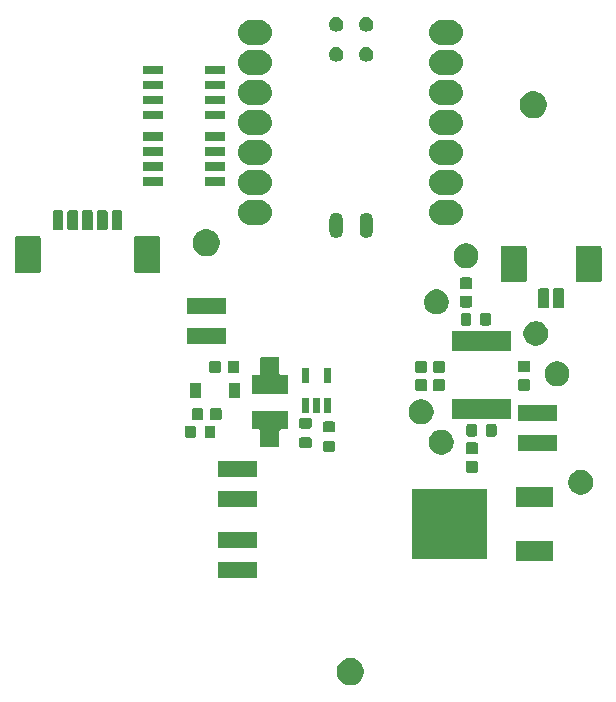
<source format=gbr>
G04 #@! TF.GenerationSoftware,KiCad,Pcbnew,5.1.5+dfsg1-2build2*
G04 #@! TF.CreationDate,2021-03-18T18:12:21+09:00*
G04 #@! TF.ProjectId,puck,7075636b-2e6b-4696-9361-645f70636258,rev?*
G04 #@! TF.SameCoordinates,Original*
G04 #@! TF.FileFunction,Soldermask,Top*
G04 #@! TF.FilePolarity,Negative*
%FSLAX46Y46*%
G04 Gerber Fmt 4.6, Leading zero omitted, Abs format (unit mm)*
G04 Created by KiCad (PCBNEW 5.1.5+dfsg1-2build2) date 2021-03-18 18:12:21*
%MOMM*%
%LPD*%
G04 APERTURE LIST*
%ADD10C,0.020000*%
G04 APERTURE END LIST*
D10*
G36*
X122374549Y-144071116D02*
G01*
X122485734Y-144093232D01*
X122695203Y-144179997D01*
X122883720Y-144305960D01*
X123044040Y-144466280D01*
X123170003Y-144654797D01*
X123256768Y-144864266D01*
X123301000Y-145086636D01*
X123301000Y-145313364D01*
X123256768Y-145535734D01*
X123170003Y-145745203D01*
X123044040Y-145933720D01*
X122883720Y-146094040D01*
X122695203Y-146220003D01*
X122485734Y-146306768D01*
X122374549Y-146328884D01*
X122263365Y-146351000D01*
X122036635Y-146351000D01*
X121925451Y-146328884D01*
X121814266Y-146306768D01*
X121604797Y-146220003D01*
X121416280Y-146094040D01*
X121255960Y-145933720D01*
X121129997Y-145745203D01*
X121043232Y-145535734D01*
X120999000Y-145313364D01*
X120999000Y-145086636D01*
X121043232Y-144864266D01*
X121129997Y-144654797D01*
X121255960Y-144466280D01*
X121416280Y-144305960D01*
X121604797Y-144179997D01*
X121814266Y-144093232D01*
X121925451Y-144071116D01*
X122036635Y-144049000D01*
X122263365Y-144049000D01*
X122374549Y-144071116D01*
G37*
G36*
X114271000Y-137256000D02*
G01*
X110989000Y-137256000D01*
X110989000Y-135884000D01*
X114271000Y-135884000D01*
X114271000Y-137256000D01*
G37*
G36*
X139281000Y-135836000D02*
G01*
X136179000Y-135836000D01*
X136179000Y-134134000D01*
X139281000Y-134134000D01*
X139281000Y-135836000D01*
G37*
G36*
X133711000Y-135651000D02*
G01*
X127409000Y-135651000D01*
X127409000Y-129749000D01*
X133711000Y-129749000D01*
X133711000Y-135651000D01*
G37*
G36*
X114271000Y-134716000D02*
G01*
X110989000Y-134716000D01*
X110989000Y-133344000D01*
X114271000Y-133344000D01*
X114271000Y-134716000D01*
G37*
G36*
X139281000Y-131266000D02*
G01*
X136179000Y-131266000D01*
X136179000Y-129564000D01*
X139281000Y-129564000D01*
X139281000Y-131266000D01*
G37*
G36*
X114271000Y-131256000D02*
G01*
X110989000Y-131256000D01*
X110989000Y-129884000D01*
X114271000Y-129884000D01*
X114271000Y-131256000D01*
G37*
G36*
X141965082Y-128164117D02*
G01*
X142156351Y-128243343D01*
X142156353Y-128243344D01*
X142234423Y-128295509D01*
X142328491Y-128358363D01*
X142474883Y-128504755D01*
X142589903Y-128676895D01*
X142669129Y-128868164D01*
X142709518Y-129071212D01*
X142709518Y-129278244D01*
X142669129Y-129481292D01*
X142634870Y-129564000D01*
X142589902Y-129672563D01*
X142474883Y-129844701D01*
X142328491Y-129991093D01*
X142156353Y-130106112D01*
X142156352Y-130106113D01*
X142156351Y-130106113D01*
X141965082Y-130185339D01*
X141762034Y-130225728D01*
X141555002Y-130225728D01*
X141351954Y-130185339D01*
X141160685Y-130106113D01*
X141160684Y-130106113D01*
X141160683Y-130106112D01*
X140988545Y-129991093D01*
X140842153Y-129844701D01*
X140727134Y-129672563D01*
X140682166Y-129564000D01*
X140647907Y-129481292D01*
X140607518Y-129278244D01*
X140607518Y-129071212D01*
X140647907Y-128868164D01*
X140727133Y-128676895D01*
X140842153Y-128504755D01*
X140988545Y-128358363D01*
X141082613Y-128295509D01*
X141160683Y-128243344D01*
X141160685Y-128243343D01*
X141351954Y-128164117D01*
X141555002Y-128123728D01*
X141762034Y-128123728D01*
X141965082Y-128164117D01*
G37*
G36*
X114271000Y-128716000D02*
G01*
X110989000Y-128716000D01*
X110989000Y-127344000D01*
X114271000Y-127344000D01*
X114271000Y-128716000D01*
G37*
G36*
X132824560Y-127353205D02*
G01*
X132859713Y-127363869D01*
X132892110Y-127381186D01*
X132920509Y-127404491D01*
X132943814Y-127432890D01*
X132961131Y-127465287D01*
X132971795Y-127500440D01*
X132976000Y-127543140D01*
X132976000Y-128156860D01*
X132971795Y-128199560D01*
X132961131Y-128234713D01*
X132943814Y-128267110D01*
X132920509Y-128295509D01*
X132892110Y-128318814D01*
X132859713Y-128336131D01*
X132824560Y-128346795D01*
X132781860Y-128351000D01*
X132118140Y-128351000D01*
X132075440Y-128346795D01*
X132040287Y-128336131D01*
X132007890Y-128318814D01*
X131979491Y-128295509D01*
X131956186Y-128267110D01*
X131938869Y-128234713D01*
X131928205Y-128199560D01*
X131924000Y-128156860D01*
X131924000Y-127543140D01*
X131928205Y-127500440D01*
X131938869Y-127465287D01*
X131956186Y-127432890D01*
X131979491Y-127404491D01*
X132007890Y-127381186D01*
X132040287Y-127363869D01*
X132075440Y-127353205D01*
X132118140Y-127349000D01*
X132781860Y-127349000D01*
X132824560Y-127353205D01*
G37*
G36*
X130165082Y-124764117D02*
G01*
X130356351Y-124843343D01*
X130356353Y-124843344D01*
X130528491Y-124958363D01*
X130674883Y-125104755D01*
X130757201Y-125227952D01*
X130789903Y-125276895D01*
X130869129Y-125468164D01*
X130909518Y-125671212D01*
X130909518Y-125878244D01*
X130869129Y-126081292D01*
X130809466Y-126225331D01*
X130789902Y-126272563D01*
X130674883Y-126444701D01*
X130528491Y-126591093D01*
X130356353Y-126706112D01*
X130356352Y-126706113D01*
X130356351Y-126706113D01*
X130165082Y-126785339D01*
X129962034Y-126825728D01*
X129755002Y-126825728D01*
X129551954Y-126785339D01*
X129360685Y-126706113D01*
X129360684Y-126706113D01*
X129360683Y-126706112D01*
X129188545Y-126591093D01*
X129042153Y-126444701D01*
X128927134Y-126272563D01*
X128907570Y-126225331D01*
X128847907Y-126081292D01*
X128807518Y-125878244D01*
X128807518Y-125671212D01*
X128847907Y-125468164D01*
X128927133Y-125276895D01*
X128959836Y-125227952D01*
X129042153Y-125104755D01*
X129188545Y-124958363D01*
X129360683Y-124843344D01*
X129360685Y-124843343D01*
X129551954Y-124764117D01*
X129755002Y-124723728D01*
X129962034Y-124723728D01*
X130165082Y-124764117D01*
G37*
G36*
X132824560Y-125803205D02*
G01*
X132859713Y-125813869D01*
X132892110Y-125831186D01*
X132920509Y-125854491D01*
X132943814Y-125882890D01*
X132961131Y-125915287D01*
X132971795Y-125950440D01*
X132976000Y-125993140D01*
X132976000Y-126606860D01*
X132971795Y-126649560D01*
X132961131Y-126684713D01*
X132943814Y-126717110D01*
X132920509Y-126745509D01*
X132892110Y-126768814D01*
X132859713Y-126786131D01*
X132824560Y-126796795D01*
X132781860Y-126801000D01*
X132118140Y-126801000D01*
X132075440Y-126796795D01*
X132040287Y-126786131D01*
X132007890Y-126768814D01*
X131979491Y-126745509D01*
X131956186Y-126717110D01*
X131938869Y-126684713D01*
X131928205Y-126649560D01*
X131924000Y-126606860D01*
X131924000Y-125993140D01*
X131928205Y-125950440D01*
X131938869Y-125915287D01*
X131956186Y-125882890D01*
X131979491Y-125854491D01*
X132007890Y-125831186D01*
X132040287Y-125813869D01*
X132075440Y-125803205D01*
X132118140Y-125799000D01*
X132781860Y-125799000D01*
X132824560Y-125803205D01*
G37*
G36*
X120744683Y-125680225D02*
G01*
X120775143Y-125689466D01*
X120803223Y-125704474D01*
X120827831Y-125724669D01*
X120848026Y-125749277D01*
X120863034Y-125777357D01*
X120872275Y-125807817D01*
X120876000Y-125845640D01*
X120876000Y-126409360D01*
X120872275Y-126447183D01*
X120863034Y-126477643D01*
X120848026Y-126505723D01*
X120827831Y-126530331D01*
X120803223Y-126550526D01*
X120775143Y-126565534D01*
X120744683Y-126574775D01*
X120706860Y-126578500D01*
X119993140Y-126578500D01*
X119955317Y-126574775D01*
X119924857Y-126565534D01*
X119896777Y-126550526D01*
X119872169Y-126530331D01*
X119851974Y-126505723D01*
X119836966Y-126477643D01*
X119827725Y-126447183D01*
X119824000Y-126409360D01*
X119824000Y-125845640D01*
X119827725Y-125807817D01*
X119836966Y-125777357D01*
X119851974Y-125749277D01*
X119872169Y-125724669D01*
X119896777Y-125704474D01*
X119924857Y-125689466D01*
X119955317Y-125680225D01*
X119993140Y-125676500D01*
X120706860Y-125676500D01*
X120744683Y-125680225D01*
G37*
G36*
X139619518Y-126530728D02*
G01*
X136337518Y-126530728D01*
X136337518Y-125158728D01*
X139619518Y-125158728D01*
X139619518Y-126530728D01*
G37*
G36*
X118744683Y-125375225D02*
G01*
X118775143Y-125384466D01*
X118803223Y-125399474D01*
X118827831Y-125419669D01*
X118848026Y-125444277D01*
X118863034Y-125472357D01*
X118872275Y-125502817D01*
X118876000Y-125540640D01*
X118876000Y-126104360D01*
X118872275Y-126142183D01*
X118863034Y-126172643D01*
X118848026Y-126200723D01*
X118827831Y-126225331D01*
X118803223Y-126245526D01*
X118775143Y-126260534D01*
X118744683Y-126269775D01*
X118706860Y-126273500D01*
X117993140Y-126273500D01*
X117955317Y-126269775D01*
X117924857Y-126260534D01*
X117896777Y-126245526D01*
X117872169Y-126225331D01*
X117851974Y-126200723D01*
X117836966Y-126172643D01*
X117827725Y-126142183D01*
X117824000Y-126104360D01*
X117824000Y-125540640D01*
X117827725Y-125502817D01*
X117836966Y-125472357D01*
X117851974Y-125444277D01*
X117872169Y-125419669D01*
X117896777Y-125399474D01*
X117924857Y-125384466D01*
X117955317Y-125375225D01*
X117993140Y-125371500D01*
X118706860Y-125371500D01*
X118744683Y-125375225D01*
G37*
G36*
X116859510Y-123099807D02*
G01*
X116869119Y-123102722D01*
X116877983Y-123107460D01*
X116885748Y-123113833D01*
X116892121Y-123121598D01*
X116896859Y-123130462D01*
X116899774Y-123140071D01*
X116901363Y-123156210D01*
X116901363Y-124643930D01*
X116899774Y-124660069D01*
X116896859Y-124669678D01*
X116892121Y-124678542D01*
X116885748Y-124686307D01*
X116877983Y-124692680D01*
X116869119Y-124697418D01*
X116859510Y-124700333D01*
X116843371Y-124701922D01*
X116276362Y-124701922D01*
X116251976Y-124704324D01*
X116228527Y-124711437D01*
X116206916Y-124722988D01*
X116187974Y-124738533D01*
X116172429Y-124757475D01*
X116160878Y-124779086D01*
X116153765Y-124802535D01*
X116151363Y-124826921D01*
X116151363Y-126143930D01*
X116149774Y-126160069D01*
X116146859Y-126169678D01*
X116142121Y-126178542D01*
X116135748Y-126186307D01*
X116127983Y-126192680D01*
X116119119Y-126197418D01*
X116109510Y-126200333D01*
X116093371Y-126201922D01*
X114605651Y-126201922D01*
X114589512Y-126200333D01*
X114579903Y-126197418D01*
X114571039Y-126192680D01*
X114563274Y-126186307D01*
X114556901Y-126178542D01*
X114552163Y-126169678D01*
X114549248Y-126160069D01*
X114547659Y-126143930D01*
X114547659Y-124826921D01*
X114545257Y-124802535D01*
X114538144Y-124779086D01*
X114526593Y-124757475D01*
X114511048Y-124738533D01*
X114492106Y-124722988D01*
X114470495Y-124711437D01*
X114447046Y-124704324D01*
X114422660Y-124701922D01*
X113855651Y-124701922D01*
X113839512Y-124700333D01*
X113829903Y-124697418D01*
X113821039Y-124692680D01*
X113813274Y-124686307D01*
X113806901Y-124678542D01*
X113802163Y-124669678D01*
X113799248Y-124660069D01*
X113797659Y-124643930D01*
X113797659Y-123156210D01*
X113799248Y-123140071D01*
X113802163Y-123130462D01*
X113806901Y-123121598D01*
X113813274Y-123113833D01*
X113821039Y-123107460D01*
X113829903Y-123102722D01*
X113839512Y-123099807D01*
X113855651Y-123098218D01*
X116843371Y-123098218D01*
X116859510Y-123099807D01*
G37*
G36*
X110592183Y-124377725D02*
G01*
X110622643Y-124386966D01*
X110650723Y-124401974D01*
X110675331Y-124422169D01*
X110695526Y-124446777D01*
X110710534Y-124474857D01*
X110719775Y-124505317D01*
X110723500Y-124543140D01*
X110723500Y-125256860D01*
X110719775Y-125294683D01*
X110710534Y-125325143D01*
X110695526Y-125353223D01*
X110675331Y-125377831D01*
X110650723Y-125398026D01*
X110622643Y-125413034D01*
X110592183Y-125422275D01*
X110554360Y-125426000D01*
X109990640Y-125426000D01*
X109952817Y-125422275D01*
X109922357Y-125413034D01*
X109894277Y-125398026D01*
X109869669Y-125377831D01*
X109849474Y-125353223D01*
X109834466Y-125325143D01*
X109825225Y-125294683D01*
X109821500Y-125256860D01*
X109821500Y-124543140D01*
X109825225Y-124505317D01*
X109834466Y-124474857D01*
X109849474Y-124446777D01*
X109869669Y-124422169D01*
X109894277Y-124401974D01*
X109922357Y-124386966D01*
X109952817Y-124377725D01*
X109990640Y-124374000D01*
X110554360Y-124374000D01*
X110592183Y-124377725D01*
G37*
G36*
X108942183Y-124377725D02*
G01*
X108972643Y-124386966D01*
X109000723Y-124401974D01*
X109025331Y-124422169D01*
X109045526Y-124446777D01*
X109060534Y-124474857D01*
X109069775Y-124505317D01*
X109073500Y-124543140D01*
X109073500Y-125256860D01*
X109069775Y-125294683D01*
X109060534Y-125325143D01*
X109045526Y-125353223D01*
X109025331Y-125377831D01*
X109000723Y-125398026D01*
X108972643Y-125413034D01*
X108942183Y-125422275D01*
X108904360Y-125426000D01*
X108340640Y-125426000D01*
X108302817Y-125422275D01*
X108272357Y-125413034D01*
X108244277Y-125398026D01*
X108219669Y-125377831D01*
X108199474Y-125353223D01*
X108184466Y-125325143D01*
X108175225Y-125294683D01*
X108171500Y-125256860D01*
X108171500Y-124543140D01*
X108175225Y-124505317D01*
X108184466Y-124474857D01*
X108199474Y-124446777D01*
X108219669Y-124422169D01*
X108244277Y-124401974D01*
X108272357Y-124386966D01*
X108302817Y-124377725D01*
X108340640Y-124374000D01*
X108904360Y-124374000D01*
X108942183Y-124377725D01*
G37*
G36*
X134403201Y-124252454D02*
G01*
X134433661Y-124261695D01*
X134461741Y-124276703D01*
X134486349Y-124296898D01*
X134506544Y-124321506D01*
X134521552Y-124349586D01*
X134530793Y-124380046D01*
X134534518Y-124417869D01*
X134534518Y-125131589D01*
X134530793Y-125169412D01*
X134521552Y-125199872D01*
X134506544Y-125227952D01*
X134486349Y-125252560D01*
X134461741Y-125272755D01*
X134433661Y-125287763D01*
X134403201Y-125297004D01*
X134365378Y-125300729D01*
X133801658Y-125300729D01*
X133763835Y-125297004D01*
X133733375Y-125287763D01*
X133705295Y-125272755D01*
X133680687Y-125252560D01*
X133660492Y-125227952D01*
X133645484Y-125199872D01*
X133636243Y-125169412D01*
X133632518Y-125131589D01*
X133632518Y-124417869D01*
X133636243Y-124380046D01*
X133645484Y-124349586D01*
X133660492Y-124321506D01*
X133680687Y-124296898D01*
X133705295Y-124276703D01*
X133733375Y-124261695D01*
X133763835Y-124252454D01*
X133801658Y-124248729D01*
X134365378Y-124248729D01*
X134403201Y-124252454D01*
G37*
G36*
X132753201Y-124252454D02*
G01*
X132783661Y-124261695D01*
X132811741Y-124276703D01*
X132836349Y-124296898D01*
X132856544Y-124321506D01*
X132871552Y-124349586D01*
X132880793Y-124380046D01*
X132884518Y-124417869D01*
X132884518Y-125131589D01*
X132880793Y-125169412D01*
X132871552Y-125199872D01*
X132856544Y-125227952D01*
X132836349Y-125252560D01*
X132811741Y-125272755D01*
X132783661Y-125287763D01*
X132753201Y-125297004D01*
X132715378Y-125300729D01*
X132151658Y-125300729D01*
X132113835Y-125297004D01*
X132083375Y-125287763D01*
X132055295Y-125272755D01*
X132030687Y-125252560D01*
X132010492Y-125227952D01*
X131995484Y-125199872D01*
X131986243Y-125169412D01*
X131982518Y-125131589D01*
X131982518Y-124417869D01*
X131986243Y-124380046D01*
X131995484Y-124349586D01*
X132010492Y-124321506D01*
X132030687Y-124296898D01*
X132055295Y-124276703D01*
X132083375Y-124261695D01*
X132113835Y-124252454D01*
X132151658Y-124248729D01*
X132715378Y-124248729D01*
X132753201Y-124252454D01*
G37*
G36*
X120744683Y-124030225D02*
G01*
X120775143Y-124039466D01*
X120803223Y-124054474D01*
X120827831Y-124074669D01*
X120848026Y-124099277D01*
X120863034Y-124127357D01*
X120872275Y-124157817D01*
X120876000Y-124195640D01*
X120876000Y-124759360D01*
X120872275Y-124797183D01*
X120863034Y-124827643D01*
X120848026Y-124855723D01*
X120827831Y-124880331D01*
X120803223Y-124900526D01*
X120775143Y-124915534D01*
X120744683Y-124924775D01*
X120706860Y-124928500D01*
X119993140Y-124928500D01*
X119955317Y-124924775D01*
X119924857Y-124915534D01*
X119896777Y-124900526D01*
X119872169Y-124880331D01*
X119851974Y-124855723D01*
X119836966Y-124827643D01*
X119827725Y-124797183D01*
X119824000Y-124759360D01*
X119824000Y-124195640D01*
X119827725Y-124157817D01*
X119836966Y-124127357D01*
X119851974Y-124099277D01*
X119872169Y-124074669D01*
X119896777Y-124054474D01*
X119924857Y-124039466D01*
X119955317Y-124030225D01*
X119993140Y-124026500D01*
X120706860Y-124026500D01*
X120744683Y-124030225D01*
G37*
G36*
X118744683Y-123725225D02*
G01*
X118775143Y-123734466D01*
X118803223Y-123749474D01*
X118827831Y-123769669D01*
X118848026Y-123794277D01*
X118863034Y-123822357D01*
X118872275Y-123852817D01*
X118876000Y-123890640D01*
X118876000Y-124454360D01*
X118872275Y-124492183D01*
X118863034Y-124522643D01*
X118848026Y-124550723D01*
X118827831Y-124575331D01*
X118803223Y-124595526D01*
X118775143Y-124610534D01*
X118744683Y-124619775D01*
X118706860Y-124623500D01*
X117993140Y-124623500D01*
X117955317Y-124619775D01*
X117924857Y-124610534D01*
X117896777Y-124595526D01*
X117872169Y-124575331D01*
X117851974Y-124550723D01*
X117836966Y-124522643D01*
X117827725Y-124492183D01*
X117824000Y-124454360D01*
X117824000Y-123890640D01*
X117827725Y-123852817D01*
X117836966Y-123822357D01*
X117851974Y-123794277D01*
X117872169Y-123769669D01*
X117896777Y-123749474D01*
X117924857Y-123734466D01*
X117955317Y-123725225D01*
X117993140Y-123721500D01*
X118706860Y-123721500D01*
X118744683Y-123725225D01*
G37*
G36*
X128456564Y-122189389D02*
G01*
X128647833Y-122268615D01*
X128647835Y-122268616D01*
X128819973Y-122383635D01*
X128966365Y-122530027D01*
X129081385Y-122702167D01*
X129160611Y-122893436D01*
X129201000Y-123096484D01*
X129201000Y-123303516D01*
X129160611Y-123506564D01*
X129081385Y-123697833D01*
X129081384Y-123697835D01*
X128966365Y-123869973D01*
X128819973Y-124016365D01*
X128647835Y-124131384D01*
X128647834Y-124131385D01*
X128647833Y-124131385D01*
X128456564Y-124210611D01*
X128253516Y-124251000D01*
X128046484Y-124251000D01*
X127843436Y-124210611D01*
X127652167Y-124131385D01*
X127652166Y-124131385D01*
X127652165Y-124131384D01*
X127480027Y-124016365D01*
X127333635Y-123869973D01*
X127218616Y-123697835D01*
X127218615Y-123697833D01*
X127139389Y-123506564D01*
X127099000Y-123303516D01*
X127099000Y-123096484D01*
X127139389Y-122893436D01*
X127218615Y-122702167D01*
X127333635Y-122530027D01*
X127480027Y-122383635D01*
X127652165Y-122268616D01*
X127652167Y-122268615D01*
X127843436Y-122189389D01*
X128046484Y-122149000D01*
X128253516Y-122149000D01*
X128456564Y-122189389D01*
G37*
G36*
X139619518Y-123990728D02*
G01*
X136337518Y-123990728D01*
X136337518Y-122618728D01*
X139619518Y-122618728D01*
X139619518Y-123990728D01*
G37*
G36*
X111112060Y-122878205D02*
G01*
X111147213Y-122888869D01*
X111179610Y-122906186D01*
X111208009Y-122929491D01*
X111231314Y-122957890D01*
X111248631Y-122990287D01*
X111259295Y-123025440D01*
X111263500Y-123068140D01*
X111263500Y-123731860D01*
X111259295Y-123774560D01*
X111248631Y-123809713D01*
X111231314Y-123842110D01*
X111208009Y-123870509D01*
X111179610Y-123893814D01*
X111147213Y-123911131D01*
X111112060Y-123921795D01*
X111069360Y-123926000D01*
X110455640Y-123926000D01*
X110412940Y-123921795D01*
X110377787Y-123911131D01*
X110345390Y-123893814D01*
X110316991Y-123870509D01*
X110293686Y-123842110D01*
X110276369Y-123809713D01*
X110265705Y-123774560D01*
X110261500Y-123731860D01*
X110261500Y-123068140D01*
X110265705Y-123025440D01*
X110276369Y-122990287D01*
X110293686Y-122957890D01*
X110316991Y-122929491D01*
X110345390Y-122906186D01*
X110377787Y-122888869D01*
X110412940Y-122878205D01*
X110455640Y-122874000D01*
X111069360Y-122874000D01*
X111112060Y-122878205D01*
G37*
G36*
X109562060Y-122878205D02*
G01*
X109597213Y-122888869D01*
X109629610Y-122906186D01*
X109658009Y-122929491D01*
X109681314Y-122957890D01*
X109698631Y-122990287D01*
X109709295Y-123025440D01*
X109713500Y-123068140D01*
X109713500Y-123731860D01*
X109709295Y-123774560D01*
X109698631Y-123809713D01*
X109681314Y-123842110D01*
X109658009Y-123870509D01*
X109629610Y-123893814D01*
X109597213Y-123911131D01*
X109562060Y-123921795D01*
X109519360Y-123926000D01*
X108905640Y-123926000D01*
X108862940Y-123921795D01*
X108827787Y-123911131D01*
X108795390Y-123893814D01*
X108766991Y-123870509D01*
X108743686Y-123842110D01*
X108726369Y-123809713D01*
X108715705Y-123774560D01*
X108711500Y-123731860D01*
X108711500Y-123068140D01*
X108715705Y-123025440D01*
X108726369Y-122990287D01*
X108743686Y-122957890D01*
X108766991Y-122929491D01*
X108795390Y-122906186D01*
X108827787Y-122888869D01*
X108862940Y-122878205D01*
X108905640Y-122874000D01*
X109519360Y-122874000D01*
X109562060Y-122878205D01*
G37*
G36*
X135789518Y-123780729D02*
G01*
X130727518Y-123780729D01*
X130727518Y-122108729D01*
X135789518Y-122108729D01*
X135789518Y-123780729D01*
G37*
G36*
X118656000Y-123286000D02*
G01*
X118044000Y-123286000D01*
X118044000Y-122014000D01*
X118656000Y-122014000D01*
X118656000Y-123286000D01*
G37*
G36*
X120556000Y-123286000D02*
G01*
X119944000Y-123286000D01*
X119944000Y-122014000D01*
X120556000Y-122014000D01*
X120556000Y-123286000D01*
G37*
G36*
X119606000Y-123286000D02*
G01*
X118994000Y-123286000D01*
X118994000Y-122014000D01*
X119606000Y-122014000D01*
X119606000Y-123286000D01*
G37*
G36*
X109551000Y-122051000D02*
G01*
X108549000Y-122051000D01*
X108549000Y-120749000D01*
X109551000Y-120749000D01*
X109551000Y-122051000D01*
G37*
G36*
X112851000Y-122051000D02*
G01*
X111849000Y-122051000D01*
X111849000Y-120749000D01*
X112851000Y-120749000D01*
X112851000Y-122051000D01*
G37*
G36*
X116109510Y-118599667D02*
G01*
X116119119Y-118602582D01*
X116127983Y-118607320D01*
X116135748Y-118613693D01*
X116142121Y-118621458D01*
X116146859Y-118630322D01*
X116149774Y-118639931D01*
X116151363Y-118656070D01*
X116151363Y-119973079D01*
X116153765Y-119997465D01*
X116160878Y-120020914D01*
X116172429Y-120042525D01*
X116187974Y-120061467D01*
X116206916Y-120077012D01*
X116228527Y-120088563D01*
X116251976Y-120095676D01*
X116276362Y-120098078D01*
X116843371Y-120098078D01*
X116859510Y-120099667D01*
X116869119Y-120102582D01*
X116877983Y-120107320D01*
X116885748Y-120113693D01*
X116892121Y-120121458D01*
X116896859Y-120130322D01*
X116899774Y-120139931D01*
X116901363Y-120156070D01*
X116901363Y-121643790D01*
X116899774Y-121659929D01*
X116896859Y-121669538D01*
X116892121Y-121678402D01*
X116885748Y-121686167D01*
X116877983Y-121692540D01*
X116869119Y-121697278D01*
X116859510Y-121700193D01*
X116843371Y-121701782D01*
X113855651Y-121701782D01*
X113839512Y-121700193D01*
X113829903Y-121697278D01*
X113821039Y-121692540D01*
X113813274Y-121686167D01*
X113806901Y-121678402D01*
X113802163Y-121669538D01*
X113799248Y-121659929D01*
X113797659Y-121643790D01*
X113797659Y-120156070D01*
X113799248Y-120139931D01*
X113802163Y-120130322D01*
X113806901Y-120121458D01*
X113813274Y-120113693D01*
X113821039Y-120107320D01*
X113829903Y-120102582D01*
X113839512Y-120099667D01*
X113855651Y-120098078D01*
X114422660Y-120098078D01*
X114447046Y-120095676D01*
X114470495Y-120088563D01*
X114492106Y-120077012D01*
X114511048Y-120061467D01*
X114526593Y-120042525D01*
X114538144Y-120020914D01*
X114545257Y-119997465D01*
X114547659Y-119973079D01*
X114547659Y-118656070D01*
X114549248Y-118639931D01*
X114552163Y-118630322D01*
X114556901Y-118621458D01*
X114563274Y-118613693D01*
X114571039Y-118607320D01*
X114579903Y-118602582D01*
X114589512Y-118599667D01*
X114605651Y-118598078D01*
X116093371Y-118598078D01*
X116109510Y-118599667D01*
G37*
G36*
X130033078Y-120452933D02*
G01*
X130068231Y-120463597D01*
X130100628Y-120480914D01*
X130129027Y-120504219D01*
X130152332Y-120532618D01*
X130169649Y-120565015D01*
X130180313Y-120600168D01*
X130184518Y-120642868D01*
X130184518Y-121256588D01*
X130180313Y-121299288D01*
X130169649Y-121334441D01*
X130152332Y-121366838D01*
X130129027Y-121395237D01*
X130100628Y-121418542D01*
X130068231Y-121435859D01*
X130033078Y-121446523D01*
X129990378Y-121450728D01*
X129326658Y-121450728D01*
X129283958Y-121446523D01*
X129248805Y-121435859D01*
X129216408Y-121418542D01*
X129188009Y-121395237D01*
X129164704Y-121366838D01*
X129147387Y-121334441D01*
X129136723Y-121299288D01*
X129132518Y-121256588D01*
X129132518Y-120642868D01*
X129136723Y-120600168D01*
X129147387Y-120565015D01*
X129164704Y-120532618D01*
X129188009Y-120504219D01*
X129216408Y-120480914D01*
X129248805Y-120463597D01*
X129283958Y-120452933D01*
X129326658Y-120448728D01*
X129990378Y-120448728D01*
X130033078Y-120452933D01*
G37*
G36*
X128524560Y-120452933D02*
G01*
X128559713Y-120463597D01*
X128592110Y-120480914D01*
X128620509Y-120504219D01*
X128643814Y-120532618D01*
X128661131Y-120565015D01*
X128671795Y-120600168D01*
X128676000Y-120642868D01*
X128676000Y-121256588D01*
X128671795Y-121299288D01*
X128661131Y-121334441D01*
X128643814Y-121366838D01*
X128620509Y-121395237D01*
X128592110Y-121418542D01*
X128559713Y-121435859D01*
X128524560Y-121446523D01*
X128481860Y-121450728D01*
X127818140Y-121450728D01*
X127775440Y-121446523D01*
X127740287Y-121435859D01*
X127707890Y-121418542D01*
X127679491Y-121395237D01*
X127656186Y-121366838D01*
X127638869Y-121334441D01*
X127628205Y-121299288D01*
X127624000Y-121256588D01*
X127624000Y-120642868D01*
X127628205Y-120600168D01*
X127638869Y-120565015D01*
X127656186Y-120532618D01*
X127679491Y-120504219D01*
X127707890Y-120480914D01*
X127740287Y-120463597D01*
X127775440Y-120452933D01*
X127818140Y-120448728D01*
X128481860Y-120448728D01*
X128524560Y-120452933D01*
G37*
G36*
X137233078Y-120427933D02*
G01*
X137268231Y-120438597D01*
X137300628Y-120455914D01*
X137329027Y-120479219D01*
X137352332Y-120507618D01*
X137369649Y-120540015D01*
X137380313Y-120575168D01*
X137384518Y-120617868D01*
X137384518Y-121231588D01*
X137380313Y-121274288D01*
X137369649Y-121309441D01*
X137352332Y-121341838D01*
X137329027Y-121370237D01*
X137300628Y-121393542D01*
X137268231Y-121410859D01*
X137233078Y-121421523D01*
X137190378Y-121425728D01*
X136526658Y-121425728D01*
X136483958Y-121421523D01*
X136448805Y-121410859D01*
X136416408Y-121393542D01*
X136388009Y-121370237D01*
X136364704Y-121341838D01*
X136347387Y-121309441D01*
X136336723Y-121274288D01*
X136332518Y-121231588D01*
X136332518Y-120617868D01*
X136336723Y-120575168D01*
X136347387Y-120540015D01*
X136364704Y-120507618D01*
X136388009Y-120479219D01*
X136416408Y-120455914D01*
X136448805Y-120438597D01*
X136483958Y-120427933D01*
X136526658Y-120423728D01*
X137190378Y-120423728D01*
X137233078Y-120427933D01*
G37*
G36*
X139965081Y-118964117D02*
G01*
X140156350Y-119043343D01*
X140156352Y-119043344D01*
X140328490Y-119158363D01*
X140474882Y-119304755D01*
X140589902Y-119476895D01*
X140669128Y-119668164D01*
X140709517Y-119871212D01*
X140709517Y-120078244D01*
X140669128Y-120281292D01*
X140603970Y-120438597D01*
X140589901Y-120472563D01*
X140474882Y-120644701D01*
X140328490Y-120791093D01*
X140156352Y-120906112D01*
X140156351Y-120906113D01*
X140156350Y-120906113D01*
X139965081Y-120985339D01*
X139762033Y-121025728D01*
X139555001Y-121025728D01*
X139351953Y-120985339D01*
X139160684Y-120906113D01*
X139160683Y-120906113D01*
X139160682Y-120906112D01*
X138988544Y-120791093D01*
X138842152Y-120644701D01*
X138727133Y-120472563D01*
X138713064Y-120438597D01*
X138647906Y-120281292D01*
X138607517Y-120078244D01*
X138607517Y-119871212D01*
X138647906Y-119668164D01*
X138727132Y-119476895D01*
X138842152Y-119304755D01*
X138988544Y-119158363D01*
X139160682Y-119043344D01*
X139160684Y-119043343D01*
X139351953Y-118964117D01*
X139555001Y-118923728D01*
X139762033Y-118923728D01*
X139965081Y-118964117D01*
G37*
G36*
X118656000Y-120786000D02*
G01*
X118044000Y-120786000D01*
X118044000Y-119514000D01*
X118656000Y-119514000D01*
X118656000Y-120786000D01*
G37*
G36*
X120556000Y-120786000D02*
G01*
X119944000Y-120786000D01*
X119944000Y-119514000D01*
X120556000Y-119514000D01*
X120556000Y-120786000D01*
G37*
G36*
X112612060Y-118878205D02*
G01*
X112647213Y-118888869D01*
X112679610Y-118906186D01*
X112708009Y-118929491D01*
X112731314Y-118957890D01*
X112748631Y-118990287D01*
X112759295Y-119025440D01*
X112763500Y-119068140D01*
X112763500Y-119731860D01*
X112759295Y-119774560D01*
X112748631Y-119809713D01*
X112731314Y-119842110D01*
X112708009Y-119870509D01*
X112679610Y-119893814D01*
X112647213Y-119911131D01*
X112612060Y-119921795D01*
X112569360Y-119926000D01*
X111955640Y-119926000D01*
X111912940Y-119921795D01*
X111877787Y-119911131D01*
X111845390Y-119893814D01*
X111816991Y-119870509D01*
X111793686Y-119842110D01*
X111776369Y-119809713D01*
X111765705Y-119774560D01*
X111761500Y-119731860D01*
X111761500Y-119068140D01*
X111765705Y-119025440D01*
X111776369Y-118990287D01*
X111793686Y-118957890D01*
X111816991Y-118929491D01*
X111845390Y-118906186D01*
X111877787Y-118888869D01*
X111912940Y-118878205D01*
X111955640Y-118874000D01*
X112569360Y-118874000D01*
X112612060Y-118878205D01*
G37*
G36*
X111062060Y-118878205D02*
G01*
X111097213Y-118888869D01*
X111129610Y-118906186D01*
X111158009Y-118929491D01*
X111181314Y-118957890D01*
X111198631Y-118990287D01*
X111209295Y-119025440D01*
X111213500Y-119068140D01*
X111213500Y-119731860D01*
X111209295Y-119774560D01*
X111198631Y-119809713D01*
X111181314Y-119842110D01*
X111158009Y-119870509D01*
X111129610Y-119893814D01*
X111097213Y-119911131D01*
X111062060Y-119921795D01*
X111019360Y-119926000D01*
X110405640Y-119926000D01*
X110362940Y-119921795D01*
X110327787Y-119911131D01*
X110295390Y-119893814D01*
X110266991Y-119870509D01*
X110243686Y-119842110D01*
X110226369Y-119809713D01*
X110215705Y-119774560D01*
X110211500Y-119731860D01*
X110211500Y-119068140D01*
X110215705Y-119025440D01*
X110226369Y-118990287D01*
X110243686Y-118957890D01*
X110266991Y-118929491D01*
X110295390Y-118906186D01*
X110327787Y-118888869D01*
X110362940Y-118878205D01*
X110405640Y-118874000D01*
X111019360Y-118874000D01*
X111062060Y-118878205D01*
G37*
G36*
X130033078Y-118902933D02*
G01*
X130068231Y-118913597D01*
X130100628Y-118930914D01*
X130129027Y-118954219D01*
X130152332Y-118982618D01*
X130169649Y-119015015D01*
X130180313Y-119050168D01*
X130184518Y-119092868D01*
X130184518Y-119706588D01*
X130180313Y-119749288D01*
X130169649Y-119784441D01*
X130152332Y-119816838D01*
X130129027Y-119845237D01*
X130100628Y-119868542D01*
X130068231Y-119885859D01*
X130033078Y-119896523D01*
X129990378Y-119900728D01*
X129326658Y-119900728D01*
X129283958Y-119896523D01*
X129248805Y-119885859D01*
X129216408Y-119868542D01*
X129188009Y-119845237D01*
X129164704Y-119816838D01*
X129147387Y-119784441D01*
X129136723Y-119749288D01*
X129132518Y-119706588D01*
X129132518Y-119092868D01*
X129136723Y-119050168D01*
X129147387Y-119015015D01*
X129164704Y-118982618D01*
X129188009Y-118954219D01*
X129216408Y-118930914D01*
X129248805Y-118913597D01*
X129283958Y-118902933D01*
X129326658Y-118898728D01*
X129990378Y-118898728D01*
X130033078Y-118902933D01*
G37*
G36*
X128524560Y-118902933D02*
G01*
X128559713Y-118913597D01*
X128592110Y-118930914D01*
X128620509Y-118954219D01*
X128643814Y-118982618D01*
X128661131Y-119015015D01*
X128671795Y-119050168D01*
X128676000Y-119092868D01*
X128676000Y-119706588D01*
X128671795Y-119749288D01*
X128661131Y-119784441D01*
X128643814Y-119816838D01*
X128620509Y-119845237D01*
X128592110Y-119868542D01*
X128559713Y-119885859D01*
X128524560Y-119896523D01*
X128481860Y-119900728D01*
X127818140Y-119900728D01*
X127775440Y-119896523D01*
X127740287Y-119885859D01*
X127707890Y-119868542D01*
X127679491Y-119845237D01*
X127656186Y-119816838D01*
X127638869Y-119784441D01*
X127628205Y-119749288D01*
X127624000Y-119706588D01*
X127624000Y-119092868D01*
X127628205Y-119050168D01*
X127638869Y-119015015D01*
X127656186Y-118982618D01*
X127679491Y-118954219D01*
X127707890Y-118930914D01*
X127740287Y-118913597D01*
X127775440Y-118902933D01*
X127818140Y-118898728D01*
X128481860Y-118898728D01*
X128524560Y-118902933D01*
G37*
G36*
X137233078Y-118877933D02*
G01*
X137268231Y-118888597D01*
X137300628Y-118905914D01*
X137329027Y-118929219D01*
X137352332Y-118957618D01*
X137369649Y-118990015D01*
X137380313Y-119025168D01*
X137384518Y-119067868D01*
X137384518Y-119681588D01*
X137380313Y-119724288D01*
X137369649Y-119759441D01*
X137352332Y-119791838D01*
X137329027Y-119820237D01*
X137300628Y-119843542D01*
X137268231Y-119860859D01*
X137233078Y-119871523D01*
X137190378Y-119875728D01*
X136526658Y-119875728D01*
X136483958Y-119871523D01*
X136448805Y-119860859D01*
X136416408Y-119843542D01*
X136388009Y-119820237D01*
X136364704Y-119791838D01*
X136347387Y-119759441D01*
X136336723Y-119724288D01*
X136332518Y-119681588D01*
X136332518Y-119067868D01*
X136336723Y-119025168D01*
X136347387Y-118990015D01*
X136364704Y-118957618D01*
X136388009Y-118929219D01*
X136416408Y-118905914D01*
X136448805Y-118888597D01*
X136483958Y-118877933D01*
X136526658Y-118873728D01*
X137190378Y-118873728D01*
X137233078Y-118877933D01*
G37*
G36*
X135789518Y-118040729D02*
G01*
X130727518Y-118040729D01*
X130727518Y-116368729D01*
X135789518Y-116368729D01*
X135789518Y-118040729D01*
G37*
G36*
X138165082Y-115564117D02*
G01*
X138356351Y-115643343D01*
X138356353Y-115643344D01*
X138469911Y-115719221D01*
X138528491Y-115758363D01*
X138674883Y-115904755D01*
X138789903Y-116076895D01*
X138869129Y-116268164D01*
X138909518Y-116471212D01*
X138909518Y-116678244D01*
X138869129Y-116881292D01*
X138789903Y-117072561D01*
X138789902Y-117072563D01*
X138674883Y-117244701D01*
X138528491Y-117391093D01*
X138356353Y-117506112D01*
X138356352Y-117506113D01*
X138356351Y-117506113D01*
X138165082Y-117585339D01*
X137962034Y-117625728D01*
X137755002Y-117625728D01*
X137551954Y-117585339D01*
X137360685Y-117506113D01*
X137360684Y-117506113D01*
X137360683Y-117506112D01*
X137188545Y-117391093D01*
X137042153Y-117244701D01*
X136927134Y-117072563D01*
X136927133Y-117072561D01*
X136847907Y-116881292D01*
X136807518Y-116678244D01*
X136807518Y-116471212D01*
X136847907Y-116268164D01*
X136927133Y-116076895D01*
X137042153Y-115904755D01*
X137188545Y-115758363D01*
X137247125Y-115719221D01*
X137360683Y-115643344D01*
X137360685Y-115643343D01*
X137551954Y-115564117D01*
X137755002Y-115523728D01*
X137962034Y-115523728D01*
X138165082Y-115564117D01*
G37*
G36*
X111611000Y-117456000D02*
G01*
X108329000Y-117456000D01*
X108329000Y-116084000D01*
X111611000Y-116084000D01*
X111611000Y-117456000D01*
G37*
G36*
X133919683Y-114852453D02*
G01*
X133950143Y-114861694D01*
X133978223Y-114876702D01*
X134002831Y-114896897D01*
X134023026Y-114921505D01*
X134038034Y-114949585D01*
X134047275Y-114980045D01*
X134051000Y-115017868D01*
X134051000Y-115731588D01*
X134047275Y-115769411D01*
X134038034Y-115799871D01*
X134023026Y-115827951D01*
X134002831Y-115852559D01*
X133978223Y-115872754D01*
X133950143Y-115887762D01*
X133919683Y-115897003D01*
X133881860Y-115900728D01*
X133318140Y-115900728D01*
X133280317Y-115897003D01*
X133249857Y-115887762D01*
X133221777Y-115872754D01*
X133197169Y-115852559D01*
X133176974Y-115827951D01*
X133161966Y-115799871D01*
X133152725Y-115769411D01*
X133149000Y-115731588D01*
X133149000Y-115017868D01*
X133152725Y-114980045D01*
X133161966Y-114949585D01*
X133176974Y-114921505D01*
X133197169Y-114896897D01*
X133221777Y-114876702D01*
X133249857Y-114861694D01*
X133280317Y-114852453D01*
X133318140Y-114848728D01*
X133881860Y-114848728D01*
X133919683Y-114852453D01*
G37*
G36*
X132269683Y-114852453D02*
G01*
X132300143Y-114861694D01*
X132328223Y-114876702D01*
X132352831Y-114896897D01*
X132373026Y-114921505D01*
X132388034Y-114949585D01*
X132397275Y-114980045D01*
X132401000Y-115017868D01*
X132401000Y-115731588D01*
X132397275Y-115769411D01*
X132388034Y-115799871D01*
X132373026Y-115827951D01*
X132352831Y-115852559D01*
X132328223Y-115872754D01*
X132300143Y-115887762D01*
X132269683Y-115897003D01*
X132231860Y-115900728D01*
X131668140Y-115900728D01*
X131630317Y-115897003D01*
X131599857Y-115887762D01*
X131571777Y-115872754D01*
X131547169Y-115852559D01*
X131526974Y-115827951D01*
X131511966Y-115799871D01*
X131502725Y-115769411D01*
X131499000Y-115731588D01*
X131499000Y-115017868D01*
X131502725Y-114980045D01*
X131511966Y-114949585D01*
X131526974Y-114921505D01*
X131547169Y-114896897D01*
X131571777Y-114876702D01*
X131599857Y-114861694D01*
X131630317Y-114852453D01*
X131668140Y-114848728D01*
X132231860Y-114848728D01*
X132269683Y-114852453D01*
G37*
G36*
X129756564Y-112889389D02*
G01*
X129947833Y-112968615D01*
X129947835Y-112968616D01*
X130119973Y-113083635D01*
X130266365Y-113230027D01*
X130375306Y-113393068D01*
X130381385Y-113402167D01*
X130460611Y-113593436D01*
X130501000Y-113796484D01*
X130501000Y-114003516D01*
X130460611Y-114206564D01*
X130386720Y-114384953D01*
X130381384Y-114397835D01*
X130266365Y-114569973D01*
X130119973Y-114716365D01*
X129947835Y-114831384D01*
X129947834Y-114831385D01*
X129947833Y-114831385D01*
X129756564Y-114910611D01*
X129553516Y-114951000D01*
X129346484Y-114951000D01*
X129143436Y-114910611D01*
X128952167Y-114831385D01*
X128952166Y-114831385D01*
X128952165Y-114831384D01*
X128780027Y-114716365D01*
X128633635Y-114569973D01*
X128518616Y-114397835D01*
X128513280Y-114384953D01*
X128439389Y-114206564D01*
X128399000Y-114003516D01*
X128399000Y-113796484D01*
X128439389Y-113593436D01*
X128518615Y-113402167D01*
X128524695Y-113393068D01*
X128633635Y-113230027D01*
X128780027Y-113083635D01*
X128952165Y-112968616D01*
X128952167Y-112968615D01*
X129143436Y-112889389D01*
X129346484Y-112849000D01*
X129553516Y-112849000D01*
X129756564Y-112889389D01*
G37*
G36*
X111611000Y-114916000D02*
G01*
X108329000Y-114916000D01*
X108329000Y-113544000D01*
X111611000Y-113544000D01*
X111611000Y-114916000D01*
G37*
G36*
X140094683Y-112752725D02*
G01*
X140125143Y-112761966D01*
X140153223Y-112776974D01*
X140177831Y-112797169D01*
X140198026Y-112821777D01*
X140213034Y-112849857D01*
X140222275Y-112880317D01*
X140226000Y-112918140D01*
X140226000Y-114281860D01*
X140222275Y-114319683D01*
X140213034Y-114350143D01*
X140198026Y-114378223D01*
X140177831Y-114402831D01*
X140153223Y-114423026D01*
X140125143Y-114438034D01*
X140094683Y-114447275D01*
X140056860Y-114451000D01*
X139493140Y-114451000D01*
X139455317Y-114447275D01*
X139424857Y-114438034D01*
X139396777Y-114423026D01*
X139372169Y-114402831D01*
X139351974Y-114378223D01*
X139336966Y-114350143D01*
X139327725Y-114319683D01*
X139324000Y-114281860D01*
X139324000Y-112918140D01*
X139327725Y-112880317D01*
X139336966Y-112849857D01*
X139351974Y-112821777D01*
X139372169Y-112797169D01*
X139396777Y-112776974D01*
X139424857Y-112761966D01*
X139455317Y-112752725D01*
X139493140Y-112749000D01*
X140056860Y-112749000D01*
X140094683Y-112752725D01*
G37*
G36*
X138844683Y-112752725D02*
G01*
X138875143Y-112761966D01*
X138903223Y-112776974D01*
X138927831Y-112797169D01*
X138948026Y-112821777D01*
X138963034Y-112849857D01*
X138972275Y-112880317D01*
X138976000Y-112918140D01*
X138976000Y-114281860D01*
X138972275Y-114319683D01*
X138963034Y-114350143D01*
X138948026Y-114378223D01*
X138927831Y-114402831D01*
X138903223Y-114423026D01*
X138875143Y-114438034D01*
X138844683Y-114447275D01*
X138806860Y-114451000D01*
X138243140Y-114451000D01*
X138205317Y-114447275D01*
X138174857Y-114438034D01*
X138146777Y-114423026D01*
X138122169Y-114402831D01*
X138101974Y-114378223D01*
X138086966Y-114350143D01*
X138077725Y-114319683D01*
X138074000Y-114281860D01*
X138074000Y-112918140D01*
X138077725Y-112880317D01*
X138086966Y-112849857D01*
X138101974Y-112821777D01*
X138122169Y-112797169D01*
X138146777Y-112776974D01*
X138174857Y-112761966D01*
X138205317Y-112752725D01*
X138243140Y-112749000D01*
X138806860Y-112749000D01*
X138844683Y-112752725D01*
G37*
G36*
X132324560Y-113378205D02*
G01*
X132359713Y-113388869D01*
X132392110Y-113406186D01*
X132420509Y-113429491D01*
X132443814Y-113457890D01*
X132461131Y-113490287D01*
X132471795Y-113525440D01*
X132476000Y-113568140D01*
X132476000Y-114181860D01*
X132471795Y-114224560D01*
X132461131Y-114259713D01*
X132443814Y-114292110D01*
X132420509Y-114320509D01*
X132392110Y-114343814D01*
X132359713Y-114361131D01*
X132324560Y-114371795D01*
X132281860Y-114376000D01*
X131618140Y-114376000D01*
X131575440Y-114371795D01*
X131540287Y-114361131D01*
X131507890Y-114343814D01*
X131479491Y-114320509D01*
X131456186Y-114292110D01*
X131438869Y-114259713D01*
X131428205Y-114224560D01*
X131424000Y-114181860D01*
X131424000Y-113568140D01*
X131428205Y-113525440D01*
X131438869Y-113490287D01*
X131456186Y-113457890D01*
X131479491Y-113429491D01*
X131507890Y-113406186D01*
X131540287Y-113388869D01*
X131575440Y-113378205D01*
X131618140Y-113374000D01*
X132281860Y-113374000D01*
X132324560Y-113378205D01*
G37*
G36*
X132324560Y-111828205D02*
G01*
X132359713Y-111838869D01*
X132392110Y-111856186D01*
X132420509Y-111879491D01*
X132443814Y-111907890D01*
X132461131Y-111940287D01*
X132471795Y-111975440D01*
X132476000Y-112018140D01*
X132476000Y-112631860D01*
X132471795Y-112674560D01*
X132461131Y-112709713D01*
X132443814Y-112742110D01*
X132420509Y-112770509D01*
X132392110Y-112793814D01*
X132359713Y-112811131D01*
X132324560Y-112821795D01*
X132281860Y-112826000D01*
X131618140Y-112826000D01*
X131575440Y-112821795D01*
X131540287Y-112811131D01*
X131507890Y-112793814D01*
X131479491Y-112770509D01*
X131456186Y-112742110D01*
X131438869Y-112709713D01*
X131428205Y-112674560D01*
X131424000Y-112631860D01*
X131424000Y-112018140D01*
X131428205Y-111975440D01*
X131438869Y-111940287D01*
X131456186Y-111907890D01*
X131479491Y-111879491D01*
X131507890Y-111856186D01*
X131540287Y-111838869D01*
X131575440Y-111828205D01*
X131618140Y-111824000D01*
X132281860Y-111824000D01*
X132324560Y-111828205D01*
G37*
G36*
X143291536Y-109152800D02*
G01*
X143322738Y-109162265D01*
X143351486Y-109177631D01*
X143376687Y-109198313D01*
X143397369Y-109223514D01*
X143412735Y-109252262D01*
X143422200Y-109283464D01*
X143426000Y-109322046D01*
X143426000Y-112077954D01*
X143422200Y-112116536D01*
X143412735Y-112147738D01*
X143397369Y-112176486D01*
X143376687Y-112201687D01*
X143351486Y-112222369D01*
X143322738Y-112237735D01*
X143291536Y-112247200D01*
X143252954Y-112251000D01*
X141397046Y-112251000D01*
X141358464Y-112247200D01*
X141327262Y-112237735D01*
X141298514Y-112222369D01*
X141273313Y-112201687D01*
X141252631Y-112176486D01*
X141237265Y-112147738D01*
X141227800Y-112116536D01*
X141224000Y-112077954D01*
X141224000Y-109322046D01*
X141227800Y-109283464D01*
X141237265Y-109252262D01*
X141252631Y-109223514D01*
X141273313Y-109198313D01*
X141298514Y-109177631D01*
X141327262Y-109162265D01*
X141358464Y-109152800D01*
X141397046Y-109149000D01*
X143252954Y-109149000D01*
X143291536Y-109152800D01*
G37*
G36*
X136941536Y-109152800D02*
G01*
X136972738Y-109162265D01*
X137001486Y-109177631D01*
X137026687Y-109198313D01*
X137047369Y-109223514D01*
X137062735Y-109252262D01*
X137072200Y-109283464D01*
X137076000Y-109322046D01*
X137076000Y-112077954D01*
X137072200Y-112116536D01*
X137062735Y-112147738D01*
X137047369Y-112176486D01*
X137026687Y-112201687D01*
X137001486Y-112222369D01*
X136972738Y-112237735D01*
X136941536Y-112247200D01*
X136902954Y-112251000D01*
X135047046Y-112251000D01*
X135008464Y-112247200D01*
X134977262Y-112237735D01*
X134948514Y-112222369D01*
X134923313Y-112201687D01*
X134902631Y-112176486D01*
X134887265Y-112147738D01*
X134877800Y-112116536D01*
X134874000Y-112077954D01*
X134874000Y-109322046D01*
X134877800Y-109283464D01*
X134887265Y-109252262D01*
X134902631Y-109223514D01*
X134923313Y-109198313D01*
X134948514Y-109177631D01*
X134977262Y-109162265D01*
X135008464Y-109152800D01*
X135047046Y-109149000D01*
X136902954Y-109149000D01*
X136941536Y-109152800D01*
G37*
G36*
X95816536Y-108352800D02*
G01*
X95847738Y-108362265D01*
X95876486Y-108377631D01*
X95901687Y-108398313D01*
X95922369Y-108423514D01*
X95937735Y-108452262D01*
X95947200Y-108483464D01*
X95951000Y-108522046D01*
X95951000Y-111277954D01*
X95947200Y-111316536D01*
X95937735Y-111347738D01*
X95922369Y-111376486D01*
X95901687Y-111401687D01*
X95876486Y-111422369D01*
X95847738Y-111437735D01*
X95816536Y-111447200D01*
X95777954Y-111451000D01*
X93922046Y-111451000D01*
X93883464Y-111447200D01*
X93852262Y-111437735D01*
X93823514Y-111422369D01*
X93798313Y-111401687D01*
X93777631Y-111376486D01*
X93762265Y-111347738D01*
X93752800Y-111316536D01*
X93749000Y-111277954D01*
X93749000Y-108522046D01*
X93752800Y-108483464D01*
X93762265Y-108452262D01*
X93777631Y-108423514D01*
X93798313Y-108398313D01*
X93823514Y-108377631D01*
X93852262Y-108362265D01*
X93883464Y-108352800D01*
X93922046Y-108349000D01*
X95777954Y-108349000D01*
X95816536Y-108352800D01*
G37*
G36*
X105916536Y-108352800D02*
G01*
X105947738Y-108362265D01*
X105976486Y-108377631D01*
X106001687Y-108398313D01*
X106022369Y-108423514D01*
X106037735Y-108452262D01*
X106047200Y-108483464D01*
X106051000Y-108522046D01*
X106051000Y-111277954D01*
X106047200Y-111316536D01*
X106037735Y-111347738D01*
X106022369Y-111376486D01*
X106001687Y-111401687D01*
X105976486Y-111422369D01*
X105947738Y-111437735D01*
X105916536Y-111447200D01*
X105877954Y-111451000D01*
X104022046Y-111451000D01*
X103983464Y-111447200D01*
X103952262Y-111437735D01*
X103923514Y-111422369D01*
X103898313Y-111401687D01*
X103877631Y-111376486D01*
X103862265Y-111347738D01*
X103852800Y-111316536D01*
X103849000Y-111277954D01*
X103849000Y-108522046D01*
X103852800Y-108483464D01*
X103862265Y-108452262D01*
X103877631Y-108423514D01*
X103898313Y-108398313D01*
X103923514Y-108377631D01*
X103952262Y-108362265D01*
X103983464Y-108352800D01*
X104022046Y-108349000D01*
X105877954Y-108349000D01*
X105916536Y-108352800D01*
G37*
G36*
X132256564Y-108989389D02*
G01*
X132447833Y-109068615D01*
X132447835Y-109068616D01*
X132598001Y-109168954D01*
X132619973Y-109183635D01*
X132766365Y-109330027D01*
X132881385Y-109502167D01*
X132960611Y-109693436D01*
X133001000Y-109896484D01*
X133001000Y-110103516D01*
X132960611Y-110306564D01*
X132881385Y-110497833D01*
X132881384Y-110497835D01*
X132766365Y-110669973D01*
X132619973Y-110816365D01*
X132447835Y-110931384D01*
X132447834Y-110931385D01*
X132447833Y-110931385D01*
X132256564Y-111010611D01*
X132053516Y-111051000D01*
X131846484Y-111051000D01*
X131643436Y-111010611D01*
X131452167Y-110931385D01*
X131452166Y-110931385D01*
X131452165Y-110931384D01*
X131280027Y-110816365D01*
X131133635Y-110669973D01*
X131018616Y-110497835D01*
X131018615Y-110497833D01*
X130939389Y-110306564D01*
X130899000Y-110103516D01*
X130899000Y-109896484D01*
X130939389Y-109693436D01*
X131018615Y-109502167D01*
X131133635Y-109330027D01*
X131280027Y-109183635D01*
X131301999Y-109168954D01*
X131452165Y-109068616D01*
X131452167Y-109068615D01*
X131643436Y-108989389D01*
X131846484Y-108949000D01*
X132053516Y-108949000D01*
X132256564Y-108989389D01*
G37*
G36*
X110174549Y-107771116D02*
G01*
X110285734Y-107793232D01*
X110495203Y-107879997D01*
X110683720Y-108005960D01*
X110844040Y-108166280D01*
X110969495Y-108354037D01*
X110970004Y-108354799D01*
X110975867Y-108368954D01*
X111056768Y-108564266D01*
X111101000Y-108786636D01*
X111101000Y-109013364D01*
X111056768Y-109235734D01*
X110970003Y-109445203D01*
X110844040Y-109633720D01*
X110683720Y-109794040D01*
X110495203Y-109920003D01*
X110285734Y-110006768D01*
X110174549Y-110028884D01*
X110063365Y-110051000D01*
X109836635Y-110051000D01*
X109725451Y-110028884D01*
X109614266Y-110006768D01*
X109404797Y-109920003D01*
X109216280Y-109794040D01*
X109055960Y-109633720D01*
X108929997Y-109445203D01*
X108843232Y-109235734D01*
X108799000Y-109013364D01*
X108799000Y-108786636D01*
X108843232Y-108564266D01*
X108924133Y-108368954D01*
X108929996Y-108354799D01*
X108930505Y-108354037D01*
X109055960Y-108166280D01*
X109216280Y-108005960D01*
X109404797Y-107879997D01*
X109614266Y-107793232D01*
X109725451Y-107771116D01*
X109836635Y-107749000D01*
X110063365Y-107749000D01*
X110174549Y-107771116D01*
G37*
G36*
X121059578Y-106341088D02*
G01*
X121059581Y-106341089D01*
X121059582Y-106341089D01*
X121164954Y-106373053D01*
X121262066Y-106424960D01*
X121347185Y-106494815D01*
X121406419Y-106566992D01*
X121417041Y-106579935D01*
X121468945Y-106677041D01*
X121468947Y-106677045D01*
X121500911Y-106782417D01*
X121500912Y-106782421D01*
X121509000Y-106864542D01*
X121509000Y-107935458D01*
X121500912Y-108017579D01*
X121500911Y-108017582D01*
X121500911Y-108017583D01*
X121468947Y-108122955D01*
X121468945Y-108122958D01*
X121468945Y-108122959D01*
X121417041Y-108220065D01*
X121347185Y-108305185D01*
X121262065Y-108375041D01*
X121164959Y-108426945D01*
X121164955Y-108426947D01*
X121059583Y-108458911D01*
X121059582Y-108458911D01*
X121059579Y-108458912D01*
X120950000Y-108469704D01*
X120840422Y-108458912D01*
X120840419Y-108458911D01*
X120840418Y-108458911D01*
X120735046Y-108426947D01*
X120735042Y-108426945D01*
X120637936Y-108375041D01*
X120552816Y-108305185D01*
X120482960Y-108220065D01*
X120431056Y-108122959D01*
X120431056Y-108122958D01*
X120431054Y-108122955D01*
X120399090Y-108017583D01*
X120399090Y-108017582D01*
X120399089Y-108017579D01*
X120391001Y-107935458D01*
X120391000Y-106864543D01*
X120399088Y-106782422D01*
X120399089Y-106782418D01*
X120431053Y-106677046D01*
X120482960Y-106579934D01*
X120552815Y-106494815D01*
X120637934Y-106424960D01*
X120637933Y-106424960D01*
X120637935Y-106424959D01*
X120735041Y-106373055D01*
X120735042Y-106373055D01*
X120735045Y-106373053D01*
X120840417Y-106341089D01*
X120840418Y-106341089D01*
X120840421Y-106341088D01*
X120950000Y-106330296D01*
X121059578Y-106341088D01*
G37*
G36*
X123609578Y-106341088D02*
G01*
X123609581Y-106341089D01*
X123609582Y-106341089D01*
X123714954Y-106373053D01*
X123812066Y-106424960D01*
X123897185Y-106494815D01*
X123956419Y-106566992D01*
X123967041Y-106579935D01*
X124018945Y-106677041D01*
X124018947Y-106677045D01*
X124050911Y-106782417D01*
X124050912Y-106782421D01*
X124059000Y-106864542D01*
X124059000Y-107935458D01*
X124050912Y-108017579D01*
X124050911Y-108017582D01*
X124050911Y-108017583D01*
X124018947Y-108122955D01*
X124018945Y-108122958D01*
X124018945Y-108122959D01*
X123967041Y-108220065D01*
X123897185Y-108305185D01*
X123812065Y-108375041D01*
X123714959Y-108426945D01*
X123714955Y-108426947D01*
X123609583Y-108458911D01*
X123609582Y-108458911D01*
X123609579Y-108458912D01*
X123500000Y-108469704D01*
X123390422Y-108458912D01*
X123390419Y-108458911D01*
X123390418Y-108458911D01*
X123285046Y-108426947D01*
X123285042Y-108426945D01*
X123187936Y-108375041D01*
X123102816Y-108305185D01*
X123032960Y-108220065D01*
X122981056Y-108122959D01*
X122981056Y-108122958D01*
X122981054Y-108122955D01*
X122949090Y-108017583D01*
X122949090Y-108017582D01*
X122949089Y-108017579D01*
X122941001Y-107935458D01*
X122941000Y-106864543D01*
X122949088Y-106782422D01*
X122949089Y-106782418D01*
X122981053Y-106677046D01*
X123032960Y-106579934D01*
X123102815Y-106494815D01*
X123187934Y-106424960D01*
X123187933Y-106424960D01*
X123187935Y-106424959D01*
X123285041Y-106373055D01*
X123285042Y-106373055D01*
X123285045Y-106373053D01*
X123390417Y-106341089D01*
X123390418Y-106341089D01*
X123390421Y-106341088D01*
X123500000Y-106330296D01*
X123609578Y-106341088D01*
G37*
G36*
X98969683Y-106152725D02*
G01*
X99000143Y-106161966D01*
X99028223Y-106176974D01*
X99052831Y-106197169D01*
X99073026Y-106221777D01*
X99088034Y-106249857D01*
X99097275Y-106280317D01*
X99101000Y-106318140D01*
X99101000Y-107681860D01*
X99097275Y-107719683D01*
X99088034Y-107750143D01*
X99073026Y-107778223D01*
X99052831Y-107802831D01*
X99028223Y-107823026D01*
X99000143Y-107838034D01*
X98969683Y-107847275D01*
X98931860Y-107851000D01*
X98368140Y-107851000D01*
X98330317Y-107847275D01*
X98299857Y-107838034D01*
X98271777Y-107823026D01*
X98247169Y-107802831D01*
X98226974Y-107778223D01*
X98211966Y-107750143D01*
X98202725Y-107719683D01*
X98199000Y-107681860D01*
X98199000Y-106318140D01*
X98202725Y-106280317D01*
X98211966Y-106249857D01*
X98226974Y-106221777D01*
X98247169Y-106197169D01*
X98271777Y-106176974D01*
X98299857Y-106161966D01*
X98330317Y-106152725D01*
X98368140Y-106149000D01*
X98931860Y-106149000D01*
X98969683Y-106152725D01*
G37*
G36*
X100219683Y-106152725D02*
G01*
X100250143Y-106161966D01*
X100278223Y-106176974D01*
X100302831Y-106197169D01*
X100323026Y-106221777D01*
X100338034Y-106249857D01*
X100347275Y-106280317D01*
X100351000Y-106318140D01*
X100351000Y-107681860D01*
X100347275Y-107719683D01*
X100338034Y-107750143D01*
X100323026Y-107778223D01*
X100302831Y-107802831D01*
X100278223Y-107823026D01*
X100250143Y-107838034D01*
X100219683Y-107847275D01*
X100181860Y-107851000D01*
X99618140Y-107851000D01*
X99580317Y-107847275D01*
X99549857Y-107838034D01*
X99521777Y-107823026D01*
X99497169Y-107802831D01*
X99476974Y-107778223D01*
X99461966Y-107750143D01*
X99452725Y-107719683D01*
X99449000Y-107681860D01*
X99449000Y-106318140D01*
X99452725Y-106280317D01*
X99461966Y-106249857D01*
X99476974Y-106221777D01*
X99497169Y-106197169D01*
X99521777Y-106176974D01*
X99549857Y-106161966D01*
X99580317Y-106152725D01*
X99618140Y-106149000D01*
X100181860Y-106149000D01*
X100219683Y-106152725D01*
G37*
G36*
X102719683Y-106152725D02*
G01*
X102750143Y-106161966D01*
X102778223Y-106176974D01*
X102802831Y-106197169D01*
X102823026Y-106221777D01*
X102838034Y-106249857D01*
X102847275Y-106280317D01*
X102851000Y-106318140D01*
X102851000Y-107681860D01*
X102847275Y-107719683D01*
X102838034Y-107750143D01*
X102823026Y-107778223D01*
X102802831Y-107802831D01*
X102778223Y-107823026D01*
X102750143Y-107838034D01*
X102719683Y-107847275D01*
X102681860Y-107851000D01*
X102118140Y-107851000D01*
X102080317Y-107847275D01*
X102049857Y-107838034D01*
X102021777Y-107823026D01*
X101997169Y-107802831D01*
X101976974Y-107778223D01*
X101961966Y-107750143D01*
X101952725Y-107719683D01*
X101949000Y-107681860D01*
X101949000Y-106318140D01*
X101952725Y-106280317D01*
X101961966Y-106249857D01*
X101976974Y-106221777D01*
X101997169Y-106197169D01*
X102021777Y-106176974D01*
X102049857Y-106161966D01*
X102080317Y-106152725D01*
X102118140Y-106149000D01*
X102681860Y-106149000D01*
X102719683Y-106152725D01*
G37*
G36*
X97719683Y-106152725D02*
G01*
X97750143Y-106161966D01*
X97778223Y-106176974D01*
X97802831Y-106197169D01*
X97823026Y-106221777D01*
X97838034Y-106249857D01*
X97847275Y-106280317D01*
X97851000Y-106318140D01*
X97851000Y-107681860D01*
X97847275Y-107719683D01*
X97838034Y-107750143D01*
X97823026Y-107778223D01*
X97802831Y-107802831D01*
X97778223Y-107823026D01*
X97750143Y-107838034D01*
X97719683Y-107847275D01*
X97681860Y-107851000D01*
X97118140Y-107851000D01*
X97080317Y-107847275D01*
X97049857Y-107838034D01*
X97021777Y-107823026D01*
X96997169Y-107802831D01*
X96976974Y-107778223D01*
X96961966Y-107750143D01*
X96952725Y-107719683D01*
X96949000Y-107681860D01*
X96949000Y-106318140D01*
X96952725Y-106280317D01*
X96961966Y-106249857D01*
X96976974Y-106221777D01*
X96997169Y-106197169D01*
X97021777Y-106176974D01*
X97049857Y-106161966D01*
X97080317Y-106152725D01*
X97118140Y-106149000D01*
X97681860Y-106149000D01*
X97719683Y-106152725D01*
G37*
G36*
X101469683Y-106152725D02*
G01*
X101500143Y-106161966D01*
X101528223Y-106176974D01*
X101552831Y-106197169D01*
X101573026Y-106221777D01*
X101588034Y-106249857D01*
X101597275Y-106280317D01*
X101601000Y-106318140D01*
X101601000Y-107681860D01*
X101597275Y-107719683D01*
X101588034Y-107750143D01*
X101573026Y-107778223D01*
X101552831Y-107802831D01*
X101528223Y-107823026D01*
X101500143Y-107838034D01*
X101469683Y-107847275D01*
X101431860Y-107851000D01*
X100868140Y-107851000D01*
X100830317Y-107847275D01*
X100799857Y-107838034D01*
X100771777Y-107823026D01*
X100747169Y-107802831D01*
X100726974Y-107778223D01*
X100711966Y-107750143D01*
X100702725Y-107719683D01*
X100699000Y-107681860D01*
X100699000Y-106318140D01*
X100702725Y-106280317D01*
X100711966Y-106249857D01*
X100726974Y-106221777D01*
X100747169Y-106197169D01*
X100771777Y-106176974D01*
X100799857Y-106161966D01*
X100830317Y-106152725D01*
X100868140Y-106149000D01*
X101431860Y-106149000D01*
X101469683Y-106152725D01*
G37*
G36*
X114663698Y-105286890D02*
G01*
X114663701Y-105286891D01*
X114663702Y-105286891D01*
X114861720Y-105346959D01*
X114861723Y-105346961D01*
X114861724Y-105346961D01*
X115044213Y-105444503D01*
X115204173Y-105575777D01*
X115335446Y-105735736D01*
X115432991Y-105918230D01*
X115493059Y-106116248D01*
X115493060Y-106116252D01*
X115513342Y-106322180D01*
X115493060Y-106528108D01*
X115493059Y-106528111D01*
X115493059Y-106528112D01*
X115432991Y-106726130D01*
X115432989Y-106726133D01*
X115432989Y-106726134D01*
X115335447Y-106908623D01*
X115204173Y-107068583D01*
X115044213Y-107199857D01*
X114861724Y-107297399D01*
X114861720Y-107297401D01*
X114663702Y-107357469D01*
X114663701Y-107357469D01*
X114663698Y-107357470D01*
X114509371Y-107372670D01*
X113656869Y-107372670D01*
X113502542Y-107357470D01*
X113502539Y-107357469D01*
X113502538Y-107357469D01*
X113304520Y-107297401D01*
X113304516Y-107297399D01*
X113122027Y-107199857D01*
X112962067Y-107068583D01*
X112830793Y-106908623D01*
X112733251Y-106726134D01*
X112733251Y-106726133D01*
X112733249Y-106726130D01*
X112673181Y-106528112D01*
X112673181Y-106528111D01*
X112673180Y-106528108D01*
X112652898Y-106322180D01*
X112673180Y-106116252D01*
X112673181Y-106116248D01*
X112733249Y-105918230D01*
X112830794Y-105735736D01*
X112962067Y-105575777D01*
X113122027Y-105444503D01*
X113304516Y-105346961D01*
X113304517Y-105346961D01*
X113304520Y-105346959D01*
X113502538Y-105286891D01*
X113502539Y-105286891D01*
X113502542Y-105286890D01*
X113656869Y-105271690D01*
X114509371Y-105271690D01*
X114663698Y-105286890D01*
G37*
G36*
X130828258Y-105286890D02*
G01*
X130828261Y-105286891D01*
X130828262Y-105286891D01*
X131026280Y-105346959D01*
X131026283Y-105346961D01*
X131026284Y-105346961D01*
X131208773Y-105444503D01*
X131368733Y-105575777D01*
X131500006Y-105735736D01*
X131597551Y-105918230D01*
X131657619Y-106116248D01*
X131657620Y-106116252D01*
X131677902Y-106322180D01*
X131657620Y-106528108D01*
X131657619Y-106528111D01*
X131657619Y-106528112D01*
X131597551Y-106726130D01*
X131597549Y-106726133D01*
X131597549Y-106726134D01*
X131500007Y-106908623D01*
X131368733Y-107068583D01*
X131208773Y-107199857D01*
X131026284Y-107297399D01*
X131026280Y-107297401D01*
X130828262Y-107357469D01*
X130828261Y-107357469D01*
X130828258Y-107357470D01*
X130673931Y-107372670D01*
X129821429Y-107372670D01*
X129667102Y-107357470D01*
X129667099Y-107357469D01*
X129667098Y-107357469D01*
X129469080Y-107297401D01*
X129469076Y-107297399D01*
X129286587Y-107199857D01*
X129126627Y-107068583D01*
X128995353Y-106908623D01*
X128897811Y-106726134D01*
X128897811Y-106726133D01*
X128897809Y-106726130D01*
X128837741Y-106528112D01*
X128837741Y-106528111D01*
X128837740Y-106528108D01*
X128817458Y-106322180D01*
X128837740Y-106116252D01*
X128837741Y-106116248D01*
X128897809Y-105918230D01*
X128995354Y-105735736D01*
X129126627Y-105575777D01*
X129286587Y-105444503D01*
X129469076Y-105346961D01*
X129469077Y-105346961D01*
X129469080Y-105346959D01*
X129667098Y-105286891D01*
X129667099Y-105286891D01*
X129667102Y-105286890D01*
X129821429Y-105271690D01*
X130673931Y-105271690D01*
X130828258Y-105286890D01*
G37*
G36*
X114663698Y-102746890D02*
G01*
X114663701Y-102746891D01*
X114663702Y-102746891D01*
X114861720Y-102806959D01*
X114861723Y-102806961D01*
X114861724Y-102806961D01*
X115044213Y-102904503D01*
X115204173Y-103035777D01*
X115335447Y-103195737D01*
X115432989Y-103378226D01*
X115432991Y-103378230D01*
X115493059Y-103576248D01*
X115493060Y-103576252D01*
X115513342Y-103782180D01*
X115493060Y-103988108D01*
X115493059Y-103988111D01*
X115493059Y-103988112D01*
X115432991Y-104186130D01*
X115432989Y-104186133D01*
X115432989Y-104186134D01*
X115335447Y-104368623D01*
X115204173Y-104528583D01*
X115044213Y-104659857D01*
X114861724Y-104757399D01*
X114861720Y-104757401D01*
X114663702Y-104817469D01*
X114663701Y-104817469D01*
X114663698Y-104817470D01*
X114509371Y-104832670D01*
X113656869Y-104832670D01*
X113502542Y-104817470D01*
X113502539Y-104817469D01*
X113502538Y-104817469D01*
X113304520Y-104757401D01*
X113304516Y-104757399D01*
X113122027Y-104659857D01*
X112962067Y-104528583D01*
X112830793Y-104368623D01*
X112733251Y-104186134D01*
X112733251Y-104186133D01*
X112733249Y-104186130D01*
X112673181Y-103988112D01*
X112673181Y-103988111D01*
X112673180Y-103988108D01*
X112652898Y-103782180D01*
X112673180Y-103576252D01*
X112673181Y-103576248D01*
X112733249Y-103378230D01*
X112733251Y-103378226D01*
X112830793Y-103195737D01*
X112962067Y-103035777D01*
X113122027Y-102904503D01*
X113304516Y-102806961D01*
X113304517Y-102806961D01*
X113304520Y-102806959D01*
X113502538Y-102746891D01*
X113502539Y-102746891D01*
X113502542Y-102746890D01*
X113656869Y-102731690D01*
X114509371Y-102731690D01*
X114663698Y-102746890D01*
G37*
G36*
X130828258Y-102746890D02*
G01*
X130828261Y-102746891D01*
X130828262Y-102746891D01*
X131026280Y-102806959D01*
X131026283Y-102806961D01*
X131026284Y-102806961D01*
X131208773Y-102904503D01*
X131368733Y-103035777D01*
X131500007Y-103195737D01*
X131597549Y-103378226D01*
X131597551Y-103378230D01*
X131657619Y-103576248D01*
X131657620Y-103576252D01*
X131677902Y-103782180D01*
X131657620Y-103988108D01*
X131657619Y-103988111D01*
X131657619Y-103988112D01*
X131597551Y-104186130D01*
X131597549Y-104186133D01*
X131597549Y-104186134D01*
X131500007Y-104368623D01*
X131368733Y-104528583D01*
X131208773Y-104659857D01*
X131026284Y-104757399D01*
X131026280Y-104757401D01*
X130828262Y-104817469D01*
X130828261Y-104817469D01*
X130828258Y-104817470D01*
X130673931Y-104832670D01*
X129821429Y-104832670D01*
X129667102Y-104817470D01*
X129667099Y-104817469D01*
X129667098Y-104817469D01*
X129469080Y-104757401D01*
X129469076Y-104757399D01*
X129286587Y-104659857D01*
X129126627Y-104528583D01*
X128995353Y-104368623D01*
X128897811Y-104186134D01*
X128897811Y-104186133D01*
X128897809Y-104186130D01*
X128837741Y-103988112D01*
X128837741Y-103988111D01*
X128837740Y-103988108D01*
X128817458Y-103782180D01*
X128837740Y-103576252D01*
X128837741Y-103576248D01*
X128897809Y-103378230D01*
X128897811Y-103378226D01*
X128995353Y-103195737D01*
X129126627Y-103035777D01*
X129286587Y-102904503D01*
X129469076Y-102806961D01*
X129469077Y-102806961D01*
X129469080Y-102806959D01*
X129667098Y-102746891D01*
X129667099Y-102746891D01*
X129667102Y-102746890D01*
X129821429Y-102731690D01*
X130673931Y-102731690D01*
X130828258Y-102746890D01*
G37*
G36*
X106266000Y-104051000D02*
G01*
X104584000Y-104051000D01*
X104584000Y-103359000D01*
X106266000Y-103359000D01*
X106266000Y-104051000D01*
G37*
G36*
X111516000Y-104051000D02*
G01*
X109834000Y-104051000D01*
X109834000Y-103359000D01*
X111516000Y-103359000D01*
X111516000Y-104051000D01*
G37*
G36*
X106266000Y-102781000D02*
G01*
X104584000Y-102781000D01*
X104584000Y-102089000D01*
X106266000Y-102089000D01*
X106266000Y-102781000D01*
G37*
G36*
X111516000Y-102781000D02*
G01*
X109834000Y-102781000D01*
X109834000Y-102089000D01*
X111516000Y-102089000D01*
X111516000Y-102781000D01*
G37*
G36*
X130828258Y-100206890D02*
G01*
X130828261Y-100206891D01*
X130828262Y-100206891D01*
X131026280Y-100266959D01*
X131026283Y-100266961D01*
X131026284Y-100266961D01*
X131208773Y-100364503D01*
X131368733Y-100495777D01*
X131500007Y-100655737D01*
X131597549Y-100838226D01*
X131597551Y-100838230D01*
X131657619Y-101036248D01*
X131657620Y-101036252D01*
X131677902Y-101242180D01*
X131657620Y-101448108D01*
X131657619Y-101448111D01*
X131657619Y-101448112D01*
X131597551Y-101646130D01*
X131597549Y-101646133D01*
X131597549Y-101646134D01*
X131500007Y-101828623D01*
X131368733Y-101988583D01*
X131208773Y-102119857D01*
X131026284Y-102217399D01*
X131026280Y-102217401D01*
X130828262Y-102277469D01*
X130828261Y-102277469D01*
X130828258Y-102277470D01*
X130673931Y-102292670D01*
X129821429Y-102292670D01*
X129667102Y-102277470D01*
X129667099Y-102277469D01*
X129667098Y-102277469D01*
X129469080Y-102217401D01*
X129469076Y-102217399D01*
X129286587Y-102119857D01*
X129126627Y-101988583D01*
X128995353Y-101828623D01*
X128897811Y-101646134D01*
X128897811Y-101646133D01*
X128897809Y-101646130D01*
X128837741Y-101448112D01*
X128837741Y-101448111D01*
X128837740Y-101448108D01*
X128817458Y-101242180D01*
X128837740Y-101036252D01*
X128837741Y-101036248D01*
X128897809Y-100838230D01*
X128897811Y-100838226D01*
X128995353Y-100655737D01*
X129126627Y-100495777D01*
X129286587Y-100364503D01*
X129469076Y-100266961D01*
X129469077Y-100266961D01*
X129469080Y-100266959D01*
X129667098Y-100206891D01*
X129667099Y-100206891D01*
X129667102Y-100206890D01*
X129821429Y-100191690D01*
X130673931Y-100191690D01*
X130828258Y-100206890D01*
G37*
G36*
X114663698Y-100206890D02*
G01*
X114663701Y-100206891D01*
X114663702Y-100206891D01*
X114861720Y-100266959D01*
X114861723Y-100266961D01*
X114861724Y-100266961D01*
X115044213Y-100364503D01*
X115204173Y-100495777D01*
X115335447Y-100655737D01*
X115432989Y-100838226D01*
X115432991Y-100838230D01*
X115493059Y-101036248D01*
X115493060Y-101036252D01*
X115513342Y-101242180D01*
X115493060Y-101448108D01*
X115493059Y-101448111D01*
X115493059Y-101448112D01*
X115432991Y-101646130D01*
X115432989Y-101646133D01*
X115432989Y-101646134D01*
X115335447Y-101828623D01*
X115204173Y-101988583D01*
X115044213Y-102119857D01*
X114861724Y-102217399D01*
X114861720Y-102217401D01*
X114663702Y-102277469D01*
X114663701Y-102277469D01*
X114663698Y-102277470D01*
X114509371Y-102292670D01*
X113656869Y-102292670D01*
X113502542Y-102277470D01*
X113502539Y-102277469D01*
X113502538Y-102277469D01*
X113304520Y-102217401D01*
X113304516Y-102217399D01*
X113122027Y-102119857D01*
X112962067Y-101988583D01*
X112830793Y-101828623D01*
X112733251Y-101646134D01*
X112733251Y-101646133D01*
X112733249Y-101646130D01*
X112673181Y-101448112D01*
X112673181Y-101448111D01*
X112673180Y-101448108D01*
X112652898Y-101242180D01*
X112673180Y-101036252D01*
X112673181Y-101036248D01*
X112733249Y-100838230D01*
X112733251Y-100838226D01*
X112830793Y-100655737D01*
X112962067Y-100495777D01*
X113122027Y-100364503D01*
X113304516Y-100266961D01*
X113304517Y-100266961D01*
X113304520Y-100266959D01*
X113502538Y-100206891D01*
X113502539Y-100206891D01*
X113502542Y-100206890D01*
X113656869Y-100191690D01*
X114509371Y-100191690D01*
X114663698Y-100206890D01*
G37*
G36*
X111516000Y-101511000D02*
G01*
X109834000Y-101511000D01*
X109834000Y-100819000D01*
X111516000Y-100819000D01*
X111516000Y-101511000D01*
G37*
G36*
X106266000Y-101511000D02*
G01*
X104584000Y-101511000D01*
X104584000Y-100819000D01*
X106266000Y-100819000D01*
X106266000Y-101511000D01*
G37*
G36*
X106266000Y-100241000D02*
G01*
X104584000Y-100241000D01*
X104584000Y-99549000D01*
X106266000Y-99549000D01*
X106266000Y-100241000D01*
G37*
G36*
X111516000Y-100241000D02*
G01*
X109834000Y-100241000D01*
X109834000Y-99549000D01*
X111516000Y-99549000D01*
X111516000Y-100241000D01*
G37*
G36*
X130828258Y-97666890D02*
G01*
X130828261Y-97666891D01*
X130828262Y-97666891D01*
X131026280Y-97726959D01*
X131026283Y-97726961D01*
X131026284Y-97726961D01*
X131208773Y-97824503D01*
X131368733Y-97955777D01*
X131500007Y-98115737D01*
X131597549Y-98298226D01*
X131597551Y-98298230D01*
X131643893Y-98451000D01*
X131657620Y-98496252D01*
X131677902Y-98702180D01*
X131657620Y-98908108D01*
X131657619Y-98908111D01*
X131657619Y-98908112D01*
X131597551Y-99106130D01*
X131597549Y-99106133D01*
X131597549Y-99106134D01*
X131500007Y-99288623D01*
X131368733Y-99448583D01*
X131208773Y-99579857D01*
X131026284Y-99677399D01*
X131026280Y-99677401D01*
X130828262Y-99737469D01*
X130828261Y-99737469D01*
X130828258Y-99737470D01*
X130673931Y-99752670D01*
X129821429Y-99752670D01*
X129667102Y-99737470D01*
X129667099Y-99737469D01*
X129667098Y-99737469D01*
X129469080Y-99677401D01*
X129469076Y-99677399D01*
X129286587Y-99579857D01*
X129126627Y-99448583D01*
X128995353Y-99288623D01*
X128897811Y-99106134D01*
X128897811Y-99106133D01*
X128897809Y-99106130D01*
X128837741Y-98908112D01*
X128837741Y-98908111D01*
X128837740Y-98908108D01*
X128817458Y-98702180D01*
X128837740Y-98496252D01*
X128851467Y-98451000D01*
X128897809Y-98298230D01*
X128897811Y-98298226D01*
X128995353Y-98115737D01*
X129126627Y-97955777D01*
X129286587Y-97824503D01*
X129469076Y-97726961D01*
X129469077Y-97726961D01*
X129469080Y-97726959D01*
X129667098Y-97666891D01*
X129667099Y-97666891D01*
X129667102Y-97666890D01*
X129821429Y-97651690D01*
X130673931Y-97651690D01*
X130828258Y-97666890D01*
G37*
G36*
X114663698Y-97666890D02*
G01*
X114663701Y-97666891D01*
X114663702Y-97666891D01*
X114861720Y-97726959D01*
X114861723Y-97726961D01*
X114861724Y-97726961D01*
X115044213Y-97824503D01*
X115204173Y-97955777D01*
X115335447Y-98115737D01*
X115432989Y-98298226D01*
X115432991Y-98298230D01*
X115479333Y-98451000D01*
X115493060Y-98496252D01*
X115513342Y-98702180D01*
X115493060Y-98908108D01*
X115493059Y-98908111D01*
X115493059Y-98908112D01*
X115432991Y-99106130D01*
X115432989Y-99106133D01*
X115432989Y-99106134D01*
X115335447Y-99288623D01*
X115204173Y-99448583D01*
X115044213Y-99579857D01*
X114861724Y-99677399D01*
X114861720Y-99677401D01*
X114663702Y-99737469D01*
X114663701Y-99737469D01*
X114663698Y-99737470D01*
X114509371Y-99752670D01*
X113656869Y-99752670D01*
X113502542Y-99737470D01*
X113502539Y-99737469D01*
X113502538Y-99737469D01*
X113304520Y-99677401D01*
X113304516Y-99677399D01*
X113122027Y-99579857D01*
X112962067Y-99448583D01*
X112830793Y-99288623D01*
X112733251Y-99106134D01*
X112733251Y-99106133D01*
X112733249Y-99106130D01*
X112673181Y-98908112D01*
X112673181Y-98908111D01*
X112673180Y-98908108D01*
X112652898Y-98702180D01*
X112673180Y-98496252D01*
X112686907Y-98451000D01*
X112733249Y-98298230D01*
X112733251Y-98298226D01*
X112830793Y-98115737D01*
X112962067Y-97955777D01*
X113122027Y-97824503D01*
X113304516Y-97726961D01*
X113304517Y-97726961D01*
X113304520Y-97726959D01*
X113502538Y-97666891D01*
X113502539Y-97666891D01*
X113502542Y-97666890D01*
X113656869Y-97651690D01*
X114509371Y-97651690D01*
X114663698Y-97666890D01*
G37*
G36*
X106266000Y-98451000D02*
G01*
X104584000Y-98451000D01*
X104584000Y-97759000D01*
X106266000Y-97759000D01*
X106266000Y-98451000D01*
G37*
G36*
X111516000Y-98451000D02*
G01*
X109834000Y-98451000D01*
X109834000Y-97759000D01*
X111516000Y-97759000D01*
X111516000Y-98451000D01*
G37*
G36*
X137874549Y-96071116D02*
G01*
X137985734Y-96093232D01*
X138195203Y-96179997D01*
X138383720Y-96305960D01*
X138544040Y-96466280D01*
X138670003Y-96654797D01*
X138756768Y-96864266D01*
X138801000Y-97086636D01*
X138801000Y-97313364D01*
X138756768Y-97535734D01*
X138670003Y-97745203D01*
X138544040Y-97933720D01*
X138383720Y-98094040D01*
X138195203Y-98220003D01*
X137985734Y-98306768D01*
X137874549Y-98328884D01*
X137763365Y-98351000D01*
X137536635Y-98351000D01*
X137425451Y-98328884D01*
X137314266Y-98306768D01*
X137104797Y-98220003D01*
X136916280Y-98094040D01*
X136755960Y-97933720D01*
X136629997Y-97745203D01*
X136543232Y-97535734D01*
X136499000Y-97313364D01*
X136499000Y-97086636D01*
X136543232Y-96864266D01*
X136629997Y-96654797D01*
X136755960Y-96466280D01*
X136916280Y-96305960D01*
X137104797Y-96179997D01*
X137314266Y-96093232D01*
X137425451Y-96071116D01*
X137536635Y-96049000D01*
X137763365Y-96049000D01*
X137874549Y-96071116D01*
G37*
G36*
X114663698Y-95126890D02*
G01*
X114663701Y-95126891D01*
X114663702Y-95126891D01*
X114861720Y-95186959D01*
X114861723Y-95186961D01*
X114861724Y-95186961D01*
X115044213Y-95284503D01*
X115204173Y-95415777D01*
X115335446Y-95575736D01*
X115432991Y-95758230D01*
X115479333Y-95911000D01*
X115493060Y-95956252D01*
X115513342Y-96162180D01*
X115493060Y-96368108D01*
X115493059Y-96368111D01*
X115493059Y-96368112D01*
X115432991Y-96566130D01*
X115432989Y-96566133D01*
X115432989Y-96566134D01*
X115335447Y-96748623D01*
X115204173Y-96908583D01*
X115044213Y-97039857D01*
X114956697Y-97086635D01*
X114861720Y-97137401D01*
X114663702Y-97197469D01*
X114663701Y-97197469D01*
X114663698Y-97197470D01*
X114509371Y-97212670D01*
X113656869Y-97212670D01*
X113502542Y-97197470D01*
X113502539Y-97197469D01*
X113502538Y-97197469D01*
X113304520Y-97137401D01*
X113209543Y-97086635D01*
X113122027Y-97039857D01*
X112962067Y-96908583D01*
X112830793Y-96748623D01*
X112733251Y-96566134D01*
X112733251Y-96566133D01*
X112733249Y-96566130D01*
X112673181Y-96368112D01*
X112673181Y-96368111D01*
X112673180Y-96368108D01*
X112652898Y-96162180D01*
X112673180Y-95956252D01*
X112686907Y-95911000D01*
X112733249Y-95758230D01*
X112830794Y-95575736D01*
X112962067Y-95415777D01*
X113122027Y-95284503D01*
X113304516Y-95186961D01*
X113304517Y-95186961D01*
X113304520Y-95186959D01*
X113502538Y-95126891D01*
X113502539Y-95126891D01*
X113502542Y-95126890D01*
X113656869Y-95111690D01*
X114509371Y-95111690D01*
X114663698Y-95126890D01*
G37*
G36*
X130828258Y-95126890D02*
G01*
X130828261Y-95126891D01*
X130828262Y-95126891D01*
X131026280Y-95186959D01*
X131026283Y-95186961D01*
X131026284Y-95186961D01*
X131208773Y-95284503D01*
X131368733Y-95415777D01*
X131500006Y-95575736D01*
X131597551Y-95758230D01*
X131643893Y-95911000D01*
X131657620Y-95956252D01*
X131677902Y-96162180D01*
X131657620Y-96368108D01*
X131657619Y-96368111D01*
X131657619Y-96368112D01*
X131597551Y-96566130D01*
X131597549Y-96566133D01*
X131597549Y-96566134D01*
X131500007Y-96748623D01*
X131368733Y-96908583D01*
X131208773Y-97039857D01*
X131121257Y-97086635D01*
X131026280Y-97137401D01*
X130828262Y-97197469D01*
X130828261Y-97197469D01*
X130828258Y-97197470D01*
X130673931Y-97212670D01*
X129821429Y-97212670D01*
X129667102Y-97197470D01*
X129667099Y-97197469D01*
X129667098Y-97197469D01*
X129469080Y-97137401D01*
X129374103Y-97086635D01*
X129286587Y-97039857D01*
X129126627Y-96908583D01*
X128995353Y-96748623D01*
X128897811Y-96566134D01*
X128897811Y-96566133D01*
X128897809Y-96566130D01*
X128837741Y-96368112D01*
X128837741Y-96368111D01*
X128837740Y-96368108D01*
X128817458Y-96162180D01*
X128837740Y-95956252D01*
X128851467Y-95911000D01*
X128897809Y-95758230D01*
X128995354Y-95575736D01*
X129126627Y-95415777D01*
X129286587Y-95284503D01*
X129469076Y-95186961D01*
X129469077Y-95186961D01*
X129469080Y-95186959D01*
X129667098Y-95126891D01*
X129667099Y-95126891D01*
X129667102Y-95126890D01*
X129821429Y-95111690D01*
X130673931Y-95111690D01*
X130828258Y-95126890D01*
G37*
G36*
X111516000Y-97181000D02*
G01*
X109834000Y-97181000D01*
X109834000Y-96489000D01*
X111516000Y-96489000D01*
X111516000Y-97181000D01*
G37*
G36*
X106266000Y-97181000D02*
G01*
X104584000Y-97181000D01*
X104584000Y-96489000D01*
X106266000Y-96489000D01*
X106266000Y-97181000D01*
G37*
G36*
X111516000Y-95911000D02*
G01*
X109834000Y-95911000D01*
X109834000Y-95219000D01*
X111516000Y-95219000D01*
X111516000Y-95911000D01*
G37*
G36*
X106266000Y-95911000D02*
G01*
X104584000Y-95911000D01*
X104584000Y-95219000D01*
X106266000Y-95219000D01*
X106266000Y-95911000D01*
G37*
G36*
X130828258Y-92586890D02*
G01*
X130828261Y-92586891D01*
X130828262Y-92586891D01*
X131026280Y-92646959D01*
X131026283Y-92646961D01*
X131026284Y-92646961D01*
X131208773Y-92744503D01*
X131368733Y-92875777D01*
X131500007Y-93035737D01*
X131543651Y-93117390D01*
X131597551Y-93218230D01*
X131601327Y-93230679D01*
X131657620Y-93416252D01*
X131677902Y-93622180D01*
X131657620Y-93828108D01*
X131657619Y-93828111D01*
X131657619Y-93828112D01*
X131597551Y-94026130D01*
X131597549Y-94026133D01*
X131597549Y-94026134D01*
X131500007Y-94208623D01*
X131368733Y-94368583D01*
X131208773Y-94499857D01*
X131026284Y-94597399D01*
X131026280Y-94597401D01*
X130828262Y-94657469D01*
X130828261Y-94657469D01*
X130828258Y-94657470D01*
X130673931Y-94672670D01*
X129821429Y-94672670D01*
X129667102Y-94657470D01*
X129667099Y-94657469D01*
X129667098Y-94657469D01*
X129469080Y-94597401D01*
X129469076Y-94597399D01*
X129286587Y-94499857D01*
X129126627Y-94368583D01*
X128995353Y-94208623D01*
X128897811Y-94026134D01*
X128897811Y-94026133D01*
X128897809Y-94026130D01*
X128837741Y-93828112D01*
X128837741Y-93828111D01*
X128837740Y-93828108D01*
X128817458Y-93622180D01*
X128837740Y-93416252D01*
X128894033Y-93230679D01*
X128897809Y-93218230D01*
X128951709Y-93117390D01*
X128995353Y-93035737D01*
X129126627Y-92875777D01*
X129286587Y-92744503D01*
X129469076Y-92646961D01*
X129469077Y-92646961D01*
X129469080Y-92646959D01*
X129667098Y-92586891D01*
X129667099Y-92586891D01*
X129667102Y-92586890D01*
X129821429Y-92571690D01*
X130673931Y-92571690D01*
X130828258Y-92586890D01*
G37*
G36*
X114663698Y-92586890D02*
G01*
X114663701Y-92586891D01*
X114663702Y-92586891D01*
X114861720Y-92646959D01*
X114861723Y-92646961D01*
X114861724Y-92646961D01*
X115044213Y-92744503D01*
X115204173Y-92875777D01*
X115335447Y-93035737D01*
X115379091Y-93117390D01*
X115432991Y-93218230D01*
X115436767Y-93230679D01*
X115493060Y-93416252D01*
X115513342Y-93622180D01*
X115493060Y-93828108D01*
X115493059Y-93828111D01*
X115493059Y-93828112D01*
X115432991Y-94026130D01*
X115432989Y-94026133D01*
X115432989Y-94026134D01*
X115335447Y-94208623D01*
X115204173Y-94368583D01*
X115044213Y-94499857D01*
X114861724Y-94597399D01*
X114861720Y-94597401D01*
X114663702Y-94657469D01*
X114663701Y-94657469D01*
X114663698Y-94657470D01*
X114509371Y-94672670D01*
X113656869Y-94672670D01*
X113502542Y-94657470D01*
X113502539Y-94657469D01*
X113502538Y-94657469D01*
X113304520Y-94597401D01*
X113304516Y-94597399D01*
X113122027Y-94499857D01*
X112962067Y-94368583D01*
X112830793Y-94208623D01*
X112733251Y-94026134D01*
X112733251Y-94026133D01*
X112733249Y-94026130D01*
X112673181Y-93828112D01*
X112673181Y-93828111D01*
X112673180Y-93828108D01*
X112652898Y-93622180D01*
X112673180Y-93416252D01*
X112729473Y-93230679D01*
X112733249Y-93218230D01*
X112787149Y-93117390D01*
X112830793Y-93035737D01*
X112962067Y-92875777D01*
X113122027Y-92744503D01*
X113304516Y-92646961D01*
X113304517Y-92646961D01*
X113304520Y-92646959D01*
X113502538Y-92586891D01*
X113502539Y-92586891D01*
X113502542Y-92586890D01*
X113656869Y-92571690D01*
X114509371Y-92571690D01*
X114663698Y-92586890D01*
G37*
G36*
X106266000Y-94641000D02*
G01*
X104584000Y-94641000D01*
X104584000Y-93949000D01*
X106266000Y-93949000D01*
X106266000Y-94641000D01*
G37*
G36*
X111516000Y-94641000D02*
G01*
X109834000Y-94641000D01*
X109834000Y-93949000D01*
X111516000Y-93949000D01*
X111516000Y-94641000D01*
G37*
G36*
X123610247Y-92325274D02*
G01*
X123670380Y-92337235D01*
X123708142Y-92352877D01*
X123783669Y-92384161D01*
X123885621Y-92452283D01*
X123972333Y-92538995D01*
X124040455Y-92640947D01*
X124071739Y-92716474D01*
X124083350Y-92744504D01*
X124087381Y-92754237D01*
X124111303Y-92874501D01*
X124111303Y-92997125D01*
X124087381Y-93117389D01*
X124040455Y-93230679D01*
X123972333Y-93332631D01*
X123885621Y-93419343D01*
X123783669Y-93487465D01*
X123708142Y-93518749D01*
X123670380Y-93534391D01*
X123610247Y-93546352D01*
X123550115Y-93558313D01*
X123427491Y-93558313D01*
X123367359Y-93546352D01*
X123307226Y-93534391D01*
X123269464Y-93518749D01*
X123193937Y-93487465D01*
X123091985Y-93419343D01*
X123005273Y-93332631D01*
X122937151Y-93230679D01*
X122890225Y-93117389D01*
X122866303Y-92997125D01*
X122866303Y-92874501D01*
X122890225Y-92754237D01*
X122894257Y-92744504D01*
X122905867Y-92716474D01*
X122937151Y-92640947D01*
X123005273Y-92538995D01*
X123091985Y-92452283D01*
X123193937Y-92384161D01*
X123269464Y-92352877D01*
X123307226Y-92337235D01*
X123367359Y-92325274D01*
X123427491Y-92313313D01*
X123550115Y-92313313D01*
X123610247Y-92325274D01*
G37*
G36*
X121070247Y-92325274D02*
G01*
X121130380Y-92337235D01*
X121168142Y-92352877D01*
X121243669Y-92384161D01*
X121345621Y-92452283D01*
X121432333Y-92538995D01*
X121500455Y-92640947D01*
X121531739Y-92716474D01*
X121543350Y-92744504D01*
X121547381Y-92754237D01*
X121571303Y-92874501D01*
X121571303Y-92997125D01*
X121547381Y-93117389D01*
X121500455Y-93230679D01*
X121432333Y-93332631D01*
X121345621Y-93419343D01*
X121243669Y-93487465D01*
X121168142Y-93518749D01*
X121130380Y-93534391D01*
X121070247Y-93546352D01*
X121010115Y-93558313D01*
X120887491Y-93558313D01*
X120827359Y-93546352D01*
X120767226Y-93534391D01*
X120729464Y-93518749D01*
X120653937Y-93487465D01*
X120551985Y-93419343D01*
X120465273Y-93332631D01*
X120397151Y-93230679D01*
X120350225Y-93117389D01*
X120326303Y-92997125D01*
X120326303Y-92874501D01*
X120350225Y-92754237D01*
X120354257Y-92744504D01*
X120365867Y-92716474D01*
X120397151Y-92640947D01*
X120465273Y-92538995D01*
X120551985Y-92452283D01*
X120653937Y-92384161D01*
X120729464Y-92352877D01*
X120767226Y-92337235D01*
X120827359Y-92325274D01*
X120887491Y-92313313D01*
X121010115Y-92313313D01*
X121070247Y-92325274D01*
G37*
G36*
X130828258Y-90046890D02*
G01*
X130828261Y-90046891D01*
X130828262Y-90046891D01*
X131026280Y-90106959D01*
X131026283Y-90106961D01*
X131026284Y-90106961D01*
X131208773Y-90204503D01*
X131368733Y-90335777D01*
X131500007Y-90495737D01*
X131543651Y-90577390D01*
X131597551Y-90678230D01*
X131601327Y-90690679D01*
X131657620Y-90876252D01*
X131677902Y-91082180D01*
X131657620Y-91288108D01*
X131657619Y-91288111D01*
X131657619Y-91288112D01*
X131597551Y-91486130D01*
X131597549Y-91486133D01*
X131597549Y-91486134D01*
X131500007Y-91668623D01*
X131368733Y-91828583D01*
X131208773Y-91959857D01*
X131026284Y-92057399D01*
X131026280Y-92057401D01*
X130828262Y-92117469D01*
X130828261Y-92117469D01*
X130828258Y-92117470D01*
X130673931Y-92132670D01*
X129821429Y-92132670D01*
X129667102Y-92117470D01*
X129667099Y-92117469D01*
X129667098Y-92117469D01*
X129469080Y-92057401D01*
X129469076Y-92057399D01*
X129286587Y-91959857D01*
X129126627Y-91828583D01*
X128995353Y-91668623D01*
X128897811Y-91486134D01*
X128897811Y-91486133D01*
X128897809Y-91486130D01*
X128837741Y-91288112D01*
X128837741Y-91288111D01*
X128837740Y-91288108D01*
X128817458Y-91082180D01*
X128837740Y-90876252D01*
X128894033Y-90690679D01*
X128897809Y-90678230D01*
X128951709Y-90577390D01*
X128995353Y-90495737D01*
X129126627Y-90335777D01*
X129286587Y-90204503D01*
X129469076Y-90106961D01*
X129469077Y-90106961D01*
X129469080Y-90106959D01*
X129667098Y-90046891D01*
X129667099Y-90046891D01*
X129667102Y-90046890D01*
X129821429Y-90031690D01*
X130673931Y-90031690D01*
X130828258Y-90046890D01*
G37*
G36*
X114663698Y-90046890D02*
G01*
X114663701Y-90046891D01*
X114663702Y-90046891D01*
X114861720Y-90106959D01*
X114861723Y-90106961D01*
X114861724Y-90106961D01*
X115044213Y-90204503D01*
X115204173Y-90335777D01*
X115335447Y-90495737D01*
X115379091Y-90577390D01*
X115432991Y-90678230D01*
X115436767Y-90690679D01*
X115493060Y-90876252D01*
X115513342Y-91082180D01*
X115493060Y-91288108D01*
X115493059Y-91288111D01*
X115493059Y-91288112D01*
X115432991Y-91486130D01*
X115432989Y-91486133D01*
X115432989Y-91486134D01*
X115335447Y-91668623D01*
X115204173Y-91828583D01*
X115044213Y-91959857D01*
X114861724Y-92057399D01*
X114861720Y-92057401D01*
X114663702Y-92117469D01*
X114663701Y-92117469D01*
X114663698Y-92117470D01*
X114509371Y-92132670D01*
X113656869Y-92132670D01*
X113502542Y-92117470D01*
X113502539Y-92117469D01*
X113502538Y-92117469D01*
X113304520Y-92057401D01*
X113304516Y-92057399D01*
X113122027Y-91959857D01*
X112962067Y-91828583D01*
X112830793Y-91668623D01*
X112733251Y-91486134D01*
X112733251Y-91486133D01*
X112733249Y-91486130D01*
X112673181Y-91288112D01*
X112673181Y-91288111D01*
X112673180Y-91288108D01*
X112652898Y-91082180D01*
X112673180Y-90876252D01*
X112729473Y-90690679D01*
X112733249Y-90678230D01*
X112787149Y-90577390D01*
X112830793Y-90495737D01*
X112962067Y-90335777D01*
X113122027Y-90204503D01*
X113304516Y-90106961D01*
X113304517Y-90106961D01*
X113304520Y-90106959D01*
X113502538Y-90046891D01*
X113502539Y-90046891D01*
X113502542Y-90046890D01*
X113656869Y-90031690D01*
X114509371Y-90031690D01*
X114663698Y-90046890D01*
G37*
G36*
X121070247Y-89785274D02*
G01*
X121130380Y-89797235D01*
X121168142Y-89812877D01*
X121243669Y-89844161D01*
X121345621Y-89912283D01*
X121432333Y-89998995D01*
X121500455Y-90100947D01*
X121531739Y-90176474D01*
X121543350Y-90204504D01*
X121547381Y-90214237D01*
X121571303Y-90334501D01*
X121571303Y-90457125D01*
X121547381Y-90577389D01*
X121500455Y-90690679D01*
X121432333Y-90792631D01*
X121345621Y-90879343D01*
X121243669Y-90947465D01*
X121168142Y-90978749D01*
X121130380Y-90994391D01*
X121070247Y-91006352D01*
X121010115Y-91018313D01*
X120887491Y-91018313D01*
X120827359Y-91006352D01*
X120767226Y-90994391D01*
X120729464Y-90978749D01*
X120653937Y-90947465D01*
X120551985Y-90879343D01*
X120465273Y-90792631D01*
X120397151Y-90690679D01*
X120350225Y-90577389D01*
X120326303Y-90457125D01*
X120326303Y-90334501D01*
X120350225Y-90214237D01*
X120354257Y-90204504D01*
X120365867Y-90176474D01*
X120397151Y-90100947D01*
X120465273Y-89998995D01*
X120551985Y-89912283D01*
X120653937Y-89844161D01*
X120729464Y-89812877D01*
X120767226Y-89797235D01*
X120827359Y-89785274D01*
X120887491Y-89773313D01*
X121010115Y-89773313D01*
X121070247Y-89785274D01*
G37*
G36*
X123610247Y-89785274D02*
G01*
X123670380Y-89797235D01*
X123708142Y-89812877D01*
X123783669Y-89844161D01*
X123885621Y-89912283D01*
X123972333Y-89998995D01*
X124040455Y-90100947D01*
X124071739Y-90176474D01*
X124083350Y-90204504D01*
X124087381Y-90214237D01*
X124111303Y-90334501D01*
X124111303Y-90457125D01*
X124087381Y-90577389D01*
X124040455Y-90690679D01*
X123972333Y-90792631D01*
X123885621Y-90879343D01*
X123783669Y-90947465D01*
X123708142Y-90978749D01*
X123670380Y-90994391D01*
X123610247Y-91006352D01*
X123550115Y-91018313D01*
X123427491Y-91018313D01*
X123367359Y-91006352D01*
X123307226Y-90994391D01*
X123269464Y-90978749D01*
X123193937Y-90947465D01*
X123091985Y-90879343D01*
X123005273Y-90792631D01*
X122937151Y-90690679D01*
X122890225Y-90577389D01*
X122866303Y-90457125D01*
X122866303Y-90334501D01*
X122890225Y-90214237D01*
X122894257Y-90204504D01*
X122905867Y-90176474D01*
X122937151Y-90100947D01*
X123005273Y-89998995D01*
X123091985Y-89912283D01*
X123193937Y-89844161D01*
X123269464Y-89812877D01*
X123307226Y-89797235D01*
X123367359Y-89785274D01*
X123427491Y-89773313D01*
X123550115Y-89773313D01*
X123610247Y-89785274D01*
G37*
M02*

</source>
